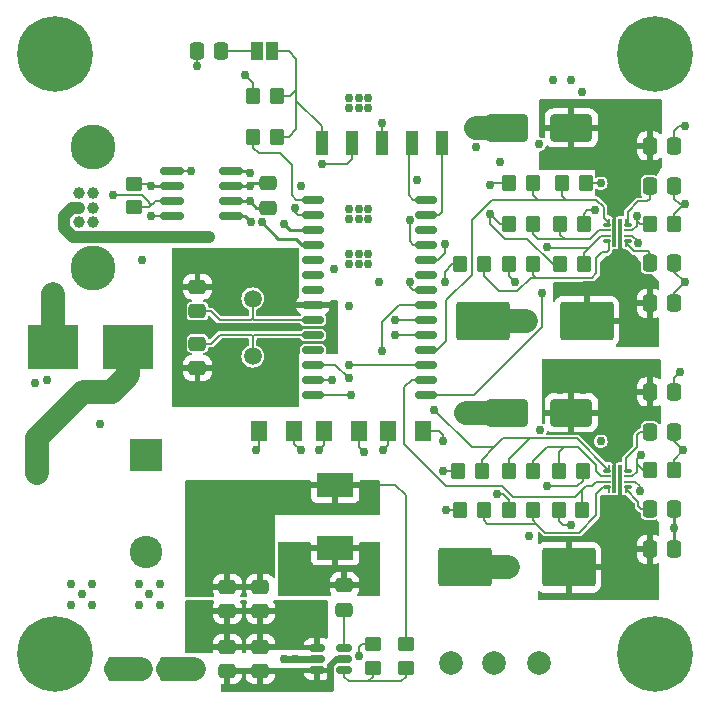
<source format=gtl>
%TF.GenerationSoftware,KiCad,Pcbnew,8.0.9*%
%TF.CreationDate,2025-05-21T00:59:13-04:00*%
%TF.ProjectId,rocket_power_board,726f636b-6574-45f7-906f-7765725f626f,rev?*%
%TF.SameCoordinates,Original*%
%TF.FileFunction,Copper,L1,Top*%
%TF.FilePolarity,Positive*%
%FSLAX46Y46*%
G04 Gerber Fmt 4.6, Leading zero omitted, Abs format (unit mm)*
G04 Created by KiCad (PCBNEW 8.0.9) date 2025-05-21 00:59:13*
%MOMM*%
%LPD*%
G01*
G04 APERTURE LIST*
G04 Aperture macros list*
%AMRoundRect*
0 Rectangle with rounded corners*
0 $1 Rounding radius*
0 $2 $3 $4 $5 $6 $7 $8 $9 X,Y pos of 4 corners*
0 Add a 4 corners polygon primitive as box body*
4,1,4,$2,$3,$4,$5,$6,$7,$8,$9,$2,$3,0*
0 Add four circle primitives for the rounded corners*
1,1,$1+$1,$2,$3*
1,1,$1+$1,$4,$5*
1,1,$1+$1,$6,$7*
1,1,$1+$1,$8,$9*
0 Add four rect primitives between the rounded corners*
20,1,$1+$1,$2,$3,$4,$5,0*
20,1,$1+$1,$4,$5,$6,$7,0*
20,1,$1+$1,$6,$7,$8,$9,0*
20,1,$1+$1,$8,$9,$2,$3,0*%
G04 Aperture macros list end*
%TA.AperFunction,Conductor*%
%ADD10C,0.200000*%
%TD*%
%TA.AperFunction,SMDPad,CuDef*%
%ADD11RoundRect,0.250000X0.450000X0.800000X-0.450000X0.800000X-0.450000X-0.800000X0.450000X-0.800000X0*%
%TD*%
%TA.AperFunction,ComponentPad*%
%ADD12C,2.000000*%
%TD*%
%TA.AperFunction,SMDPad,CuDef*%
%ADD13R,3.100000X2.000000*%
%TD*%
%TA.AperFunction,SMDPad,CuDef*%
%ADD14RoundRect,0.250000X-0.350000X-0.450000X0.350000X-0.450000X0.350000X0.450000X-0.350000X0.450000X0*%
%TD*%
%TA.AperFunction,SMDPad,CuDef*%
%ADD15RoundRect,0.250000X0.475000X-0.337500X0.475000X0.337500X-0.475000X0.337500X-0.475000X-0.337500X0*%
%TD*%
%TA.AperFunction,SMDPad,CuDef*%
%ADD16RoundRect,0.250000X-0.337500X-0.475000X0.337500X-0.475000X0.337500X0.475000X-0.337500X0.475000X0*%
%TD*%
%TA.AperFunction,SMDPad,CuDef*%
%ADD17RoundRect,0.250000X-2.000000X1.400000X-2.000000X-1.400000X2.000000X-1.400000X2.000000X1.400000X0*%
%TD*%
%TA.AperFunction,SMDPad,CuDef*%
%ADD18RoundRect,0.250000X-0.475000X0.337500X-0.475000X-0.337500X0.475000X-0.337500X0.475000X0.337500X0*%
%TD*%
%TA.AperFunction,SMDPad,CuDef*%
%ADD19RoundRect,0.250000X-1.500000X-0.900000X1.500000X-0.900000X1.500000X0.900000X-1.500000X0.900000X0*%
%TD*%
%TA.AperFunction,SMDPad,CuDef*%
%ADD20RoundRect,0.250000X0.350000X0.450000X-0.350000X0.450000X-0.350000X-0.450000X0.350000X-0.450000X0*%
%TD*%
%TA.AperFunction,SMDPad,CuDef*%
%ADD21RoundRect,0.150000X0.825000X0.150000X-0.825000X0.150000X-0.825000X-0.150000X0.825000X-0.150000X0*%
%TD*%
%TA.AperFunction,ComponentPad*%
%ADD22C,6.400000*%
%TD*%
%TA.AperFunction,SMDPad,CuDef*%
%ADD23RoundRect,0.150000X-0.750000X-0.150000X0.750000X-0.150000X0.750000X0.150000X-0.750000X0.150000X0*%
%TD*%
%TA.AperFunction,SMDPad,CuDef*%
%ADD24RoundRect,0.050000X-0.250000X-0.100000X0.250000X-0.100000X0.250000X0.100000X-0.250000X0.100000X0*%
%TD*%
%TA.AperFunction,SMDPad,CuDef*%
%ADD25RoundRect,0.050000X0.075000X0.275000X-0.075000X0.275000X-0.075000X-0.275000X0.075000X-0.275000X0*%
%TD*%
%TA.AperFunction,SMDPad,CuDef*%
%ADD26RoundRect,0.050000X-0.250000X-0.075000X0.250000X-0.075000X0.250000X0.075000X-0.250000X0.075000X0*%
%TD*%
%TA.AperFunction,SMDPad,CuDef*%
%ADD27RoundRect,0.075000X-0.075000X-1.125000X0.075000X-1.125000X0.075000X1.125000X-0.075000X1.125000X0*%
%TD*%
%TA.AperFunction,SMDPad,CuDef*%
%ADD28RoundRect,0.050000X0.250000X0.100000X-0.250000X0.100000X-0.250000X-0.100000X0.250000X-0.100000X0*%
%TD*%
%TA.AperFunction,SMDPad,CuDef*%
%ADD29RoundRect,0.050000X0.250000X0.075000X-0.250000X0.075000X-0.250000X-0.075000X0.250000X-0.075000X0*%
%TD*%
%TA.AperFunction,SMDPad,CuDef*%
%ADD30RoundRect,0.250000X0.450000X-0.350000X0.450000X0.350000X-0.450000X0.350000X-0.450000X-0.350000X0*%
%TD*%
%TA.AperFunction,ComponentPad*%
%ADD31C,3.800000*%
%TD*%
%TA.AperFunction,ComponentPad*%
%ADD32C,1.000000*%
%TD*%
%TA.AperFunction,SMDPad,CuDef*%
%ADD33R,1.000000X2.000000*%
%TD*%
%TA.AperFunction,SMDPad,CuDef*%
%ADD34RoundRect,0.250001X-0.462499X-0.624999X0.462499X-0.624999X0.462499X0.624999X-0.462499X0.624999X0*%
%TD*%
%TA.AperFunction,SMDPad,CuDef*%
%ADD35RoundRect,0.250000X0.337500X0.475000X-0.337500X0.475000X-0.337500X-0.475000X0.337500X-0.475000X0*%
%TD*%
%TA.AperFunction,ComponentPad*%
%ADD36R,2.743200X2.743200*%
%TD*%
%TA.AperFunction,ComponentPad*%
%ADD37C,2.743200*%
%TD*%
%TA.AperFunction,ComponentPad*%
%ADD38C,1.500000*%
%TD*%
%TA.AperFunction,SMDPad,CuDef*%
%ADD39RoundRect,0.150000X-0.512500X-0.150000X0.512500X-0.150000X0.512500X0.150000X-0.512500X0.150000X0*%
%TD*%
%TA.AperFunction,SMDPad,CuDef*%
%ADD40R,4.241800X3.810000*%
%TD*%
%TA.AperFunction,SMDPad,CuDef*%
%ADD41R,1.000000X1.500000*%
%TD*%
%TA.AperFunction,SMDPad,CuDef*%
%ADD42RoundRect,0.250000X-0.450000X0.350000X-0.450000X-0.350000X0.450000X-0.350000X0.450000X0.350000X0*%
%TD*%
%TA.AperFunction,ViaPad*%
%ADD43C,0.762000*%
%TD*%
%TA.AperFunction,Conductor*%
%ADD44C,0.203200*%
%TD*%
%TA.AperFunction,Conductor*%
%ADD45C,2.032000*%
%TD*%
%TA.AperFunction,Conductor*%
%ADD46C,0.279400*%
%TD*%
%TA.AperFunction,Conductor*%
%ADD47C,1.016000*%
%TD*%
%TA.AperFunction,Conductor*%
%ADD48C,0.599948*%
%TD*%
G04 APERTURE END LIST*
D10*
%TO.N,+BATT*%
X243713001Y-118618000D02*
G75*
G02*
X244118306Y-118231535I507999J-127000D01*
G01*
%TO.N,+5V*%
X243332000Y-97403537D02*
G75*
G02*
X243718143Y-97788714I-127000J-513463D01*
G01*
%TO.N,+12V*%
X244602000Y-121290463D02*
G75*
G02*
X244215857Y-120905286I127000J513463D01*
G01*
%TO.N,+BATT*%
X243332000Y-118231537D02*
G75*
G02*
X243718143Y-118616714I-127000J-513463D01*
G01*
%TO.N,+5V*%
X243713001Y-97790000D02*
G75*
G02*
X244118306Y-97403535I507999J-127000D01*
G01*
%TO.N,+5V_SW*%
X244220999Y-100076000D02*
G75*
G02*
X243815694Y-100462465I-507999J127000D01*
G01*
%TO.N,+12V*%
X244220999Y-120904000D02*
G75*
G02*
X243815694Y-121290465I-507999J127000D01*
G01*
%TO.N,+5V_SW*%
X244518002Y-100446248D02*
G75*
G02*
X244220968Y-100076008I253998J508048D01*
G01*
%TD*%
D11*
%TO.P,D4,1,K*%
%TO.N,/Charge Circuitry+12V-5V Buck/Buck_In*%
X205908000Y-135890000D03*
%TO.P,D4,2,A*%
%TO.N,+BATT*%
X201508000Y-135890000D03*
%TD*%
D12*
%TO.P,5V,1,1*%
%TO.N,+5V*%
X229870000Y-135382000D03*
%TD*%
D13*
%TO.P,L1,1,1*%
%TO.N,/Charge Circuitry+12V-5V Buck/SW_PIN*%
X220091000Y-125586000D03*
%TO.P,L1,2,2*%
%TO.N,+5V*%
X220091000Y-120286000D03*
%TD*%
D14*
%TO.P,R17,1*%
%TO.N,+5V*%
X239024500Y-122422500D03*
%TO.P,R17,2*%
%TO.N,/12V_Fuse_FLT*%
X241024500Y-122422500D03*
%TD*%
D15*
%TO.P,C6,1*%
%TO.N,/Charge Circuitry+12V-5V Buck/Buck_In*%
X213741000Y-136038500D03*
%TO.P,C6,2*%
%TO.N,GND*%
X213741000Y-133963500D03*
%TD*%
D16*
%TO.P,C20,1*%
%TO.N,Net-(U7-ITIMER)*%
X246739500Y-94996000D03*
%TO.P,C20,2*%
%TO.N,GND*%
X248814500Y-94996000D03*
%TD*%
D14*
%TO.P,R27,1*%
%TO.N,+5V*%
X234839000Y-98171000D03*
%TO.P,R27,2*%
%TO.N,Net-(U7-OVLO)*%
X236839000Y-98171000D03*
%TD*%
%TO.P,R2,1*%
%TO.N,+5V*%
X213122000Y-87376000D03*
%TO.P,R2,2*%
%TO.N,/~{MCLR}*%
X215122000Y-87376000D03*
%TD*%
D17*
%TO.P,D9,1,K*%
%TO.N,+5V_SW*%
X241382000Y-106426000D03*
%TO.P,D9,2,A*%
%TO.N,GND*%
X232582000Y-106426000D03*
%TD*%
D14*
%TO.P,R21,1*%
%TO.N,+12V*%
X234839000Y-122428000D03*
%TO.P,R21,2*%
%TO.N,Net-(U4-PGTH)*%
X236839000Y-122428000D03*
%TD*%
D18*
%TO.P,C11,1*%
%TO.N,+5V*%
X210952500Y-128883500D03*
%TO.P,C11,2*%
%TO.N,GND*%
X210952500Y-130958500D03*
%TD*%
D19*
%TO.P,D8,1,A1*%
%TO.N,GND*%
X234663000Y-90043000D03*
%TO.P,D8,2,A2*%
%TO.N,+5V*%
X240063000Y-90043000D03*
%TD*%
D15*
%TO.P,C7,1*%
%TO.N,/Charge Circuitry+12V-5V Buck/Buck_In*%
X210952500Y-136038500D03*
%TO.P,C7,2*%
%TO.N,GND*%
X210952500Y-133963500D03*
%TD*%
D16*
%TO.P,C21,1*%
%TO.N,Net-(U7-dVdt)*%
X246739500Y-101473000D03*
%TO.P,C21,2*%
%TO.N,GND*%
X248814500Y-101473000D03*
%TD*%
%TO.P,C19,1*%
%TO.N,+5V*%
X246739500Y-91567000D03*
%TO.P,C19,2*%
%TO.N,GND*%
X248814500Y-91567000D03*
%TD*%
D20*
%TO.P,R22,1*%
%TO.N,Net-(U4-PGTH)*%
X232648000Y-122428000D03*
%TO.P,R22,2*%
%TO.N,GND*%
X230648000Y-122428000D03*
%TD*%
D21*
%TO.P,U1,1,TXD*%
%TO.N,/CAN_TX*%
X211263000Y-97536000D03*
%TO.P,U1,2,VSS*%
%TO.N,GND*%
X211263000Y-96266000D03*
%TO.P,U1,3,VDD*%
%TO.N,+5V*%
X211263000Y-94996000D03*
%TO.P,U1,4,RXD*%
%TO.N,/CAN_RX*%
X211263000Y-93726000D03*
%TO.P,U1,5,VIO*%
%TO.N,+5V*%
X206313000Y-93726000D03*
%TO.P,U1,6,CANL*%
%TO.N,/CANL*%
X206313000Y-94996000D03*
%TO.P,U1,7,CANH*%
%TO.N,/CANH*%
X206313000Y-96266000D03*
%TO.P,U1,8,STBY*%
%TO.N,GND*%
X206313000Y-97536000D03*
%TD*%
D22*
%TO.P,H3,1,1*%
%TO.N,GND*%
X196342000Y-134620000D03*
%TD*%
D23*
%TO.P,U2,1,~{MCLR}*%
%TO.N,Net-(U2-~{MCLR})*%
X218212000Y-96139000D03*
%TO.P,U2,2,RA0*%
%TO.N,/5V_Voltage_Sense*%
X218212000Y-97409000D03*
%TO.P,U2,3,RA1*%
%TO.N,/CAN_RX*%
X218212000Y-98679000D03*
%TO.P,U2,4,RA2*%
%TO.N,/CAN_TX*%
X218212000Y-99949000D03*
%TO.P,U2,5,RA3*%
%TO.N,unconnected-(U2-RA3-Pad5)*%
X218212000Y-101219000D03*
%TO.P,U2,6,RA4*%
%TO.N,unconnected-(U2-RA4-Pad6)*%
X218212000Y-102489000D03*
%TO.P,U2,7,RA5*%
%TO.N,unconnected-(U2-RA5-Pad7)*%
X218212000Y-103759000D03*
%TO.P,U2,8,VSS*%
%TO.N,GND*%
X218212000Y-105029000D03*
%TO.P,U2,9,RA7/OSC1*%
%TO.N,/OSC1*%
X218212000Y-106299000D03*
%TO.P,U2,10,RA6/OSC2*%
%TO.N,/OSC2*%
X218212000Y-107569000D03*
%TO.P,U2,11,RC0*%
%TO.N,unconnected-(U2-RC0-Pad11)*%
X218212000Y-108839000D03*
%TO.P,U2,12,RC1*%
%TO.N,/Blue_LED*%
X218212000Y-110109000D03*
%TO.P,U2,13,RC2*%
%TO.N,/Red_LED*%
X218212000Y-111379000D03*
%TO.P,U2,14,RC3*%
%TO.N,/White_LED*%
X218212000Y-112649000D03*
%TO.P,U2,15,RC4*%
%TO.N,/5V_Fuse_FLT*%
X227812000Y-112649000D03*
%TO.P,U2,16,RC5*%
%TO.N,/12V_Fuse_FLT*%
X227812000Y-111379000D03*
%TO.P,U2,17,RC6*%
%TO.N,/BATT_Current_Sense*%
X227812000Y-110109000D03*
%TO.P,U2,18,RC7*%
%TO.N,/5V_Fuse_RST{slash}EN*%
X227812000Y-108839000D03*
%TO.P,U2,19,VSS*%
%TO.N,GND*%
X227812000Y-107569000D03*
%TO.P,U2,20,VDD*%
%TO.N,+5V*%
X227812000Y-106299000D03*
%TO.P,U2,21,RB0*%
%TO.N,/12V_RST{slash}EN*%
X227812000Y-105029000D03*
%TO.P,U2,22,RB1*%
%TO.N,/BATT_Voltage_Sense*%
X227812000Y-103759000D03*
%TO.P,U2,23,RB2*%
%TO.N,unconnected-(U2-RB2-Pad23)*%
X227812000Y-102489000D03*
%TO.P,U2,24,RB3*%
%TO.N,/5V_Current_Sense*%
X227812000Y-101219000D03*
%TO.P,U2,25,RB4*%
%TO.N,/12V_Current_Sense*%
X227812000Y-99949000D03*
%TO.P,U2,26,RB5*%
%TO.N,unconnected-(U2-RB5-Pad26)*%
X227812000Y-98679000D03*
%TO.P,U2,27,RB6/ICSPCLK*%
%TO.N,/ICSPCLK*%
X227812000Y-97409000D03*
%TO.P,U2,28,RB7/ICSPDAT*%
%TO.N,/ICSPDAT*%
X227812000Y-96139000D03*
%TD*%
D24*
%TO.P,U4,1,EN_UVLO*%
%TO.N,/12V_RST{slash}EN*%
X243067000Y-119061000D03*
D25*
X243242000Y-118886000D03*
D26*
%TO.P,U4,2,OVLO*%
%TO.N,Net-(U4-OVLO)*%
X243067000Y-119536000D03*
%TO.P,U4,3,PG*%
%TO.N,/12V_Fuse_FLT*%
X243067000Y-119986000D03*
D24*
%TO.P,U4,4,PGTH*%
%TO.N,Net-(U4-PGTH)*%
X243067000Y-120461000D03*
D25*
X243242000Y-120636000D03*
D27*
%TO.P,U4,5,IN*%
%TO.N,+BATT*%
X243717000Y-119761000D03*
%TO.P,U4,6,OUT*%
%TO.N,+12V*%
X244217000Y-119761000D03*
D25*
%TO.P,U4,7,dVdt*%
%TO.N,Net-(U4-dVdt)*%
X244692000Y-120636000D03*
D28*
X244867000Y-120461000D03*
D29*
%TO.P,U4,8,GND*%
%TO.N,GND*%
X244867000Y-119986000D03*
%TO.P,U4,9,ILM*%
%TO.N,/Charge Circuitry+12V-5V Buck/12V_I_Sense_Op_Amp_In*%
X244867000Y-119536000D03*
D25*
%TO.P,U4,10,ITIMER*%
%TO.N,Net-(U4-ITIMER)*%
X244692000Y-118886000D03*
D28*
X244867000Y-119061000D03*
%TD*%
D12*
%TO.P,12V,1,1*%
%TO.N,+12V*%
X237363000Y-135382000D03*
%TD*%
D14*
%TO.P,R33,1*%
%TO.N,+5V_SW*%
X234839000Y-101600000D03*
%TO.P,R33,2*%
%TO.N,Net-(U7-PGTH)*%
X236839000Y-101600000D03*
%TD*%
%TO.P,R12,1*%
%TO.N,+BATT*%
X230521000Y-119126000D03*
%TO.P,R12,2*%
%TO.N,/12V_RST{slash}EN*%
X232521000Y-119126000D03*
%TD*%
D30*
%TO.P,R16,1*%
%TO.N,Net-(U3-VFB)*%
X223271500Y-135747000D03*
%TO.P,R16,2*%
%TO.N,GND*%
X223271500Y-133747000D03*
%TD*%
D31*
%TO.P,J2,*%
%TO.N,*%
X199624000Y-91644000D03*
X199624000Y-101944000D03*
D32*
%TO.P,J2,1,Pin_1*%
%TO.N,/Charge_Line*%
X199624000Y-98044000D03*
%TO.P,J2,2,Pin_2*%
%TO.N,/CANL*%
X199624000Y-96794000D03*
%TO.P,J2,3,Pin_3*%
%TO.N,/CANH*%
X199624000Y-95544000D03*
%TO.P,J2,4,Pin_4*%
%TO.N,GND*%
X198374000Y-98044000D03*
%TO.P,J2,5,Pin_5*%
%TO.N,+5V_SW*%
X198374000Y-96794000D03*
%TO.P,J2,6,Pin_6*%
%TO.N,+12V*%
X198374000Y-95544000D03*
%TD*%
D33*
%TO.P,J1,1,Pin_1*%
%TO.N,/~{MCLR}*%
X218948000Y-91347500D03*
%TO.P,J1,2,Pin_2*%
%TO.N,+5V*%
X221488000Y-91347500D03*
%TO.P,J1,3,Pin_3*%
%TO.N,GND*%
X224028000Y-91347500D03*
%TO.P,J1,4,Pin_4*%
%TO.N,/ICSPDAT*%
X226568000Y-91347500D03*
%TO.P,J1,5,Pin_5*%
%TO.N,/ICSPCLK*%
X229108000Y-91347500D03*
%TD*%
D15*
%TO.P,C5,1*%
%TO.N,GND*%
X208433000Y-110384500D03*
%TO.P,C5,2*%
%TO.N,/OSC2*%
X208433000Y-108309500D03*
%TD*%
D14*
%TO.P,R29,1*%
%TO.N,/5V_Enable/5V_I_Sense_Op_Amp_In*%
X246777000Y-98171000D03*
%TO.P,R29,2*%
%TO.N,GND*%
X248777000Y-98171000D03*
%TD*%
D12*
%TO.P,5V_O,1,1*%
%TO.N,+5V_SW*%
X233553000Y-135382000D03*
%TD*%
D22*
%TO.P,H2,1,1*%
%TO.N,GND*%
X247142000Y-83820000D03*
%TD*%
D14*
%TO.P,R5,1*%
%TO.N,Net-(U2-~{MCLR})*%
X213122000Y-90805000D03*
%TO.P,R5,2*%
%TO.N,/~{MCLR}*%
X215122000Y-90805000D03*
%TD*%
D19*
%TO.P,D6,1,A1*%
%TO.N,GND*%
X234673500Y-114167500D03*
%TO.P,D6,2,A2*%
%TO.N,+BATT*%
X240073500Y-114167500D03*
%TD*%
D14*
%TO.P,R30,1*%
%TO.N,+5V*%
X239157000Y-101600000D03*
%TO.P,R30,2*%
%TO.N,/5V_Fuse_FLT*%
X241157000Y-101600000D03*
%TD*%
D34*
%TO.P,D3,1,K*%
%TO.N,Net-(D3-K)*%
X224572500Y-115697000D03*
%TO.P,D3,2,A*%
%TO.N,+5V*%
X227547500Y-115697000D03*
%TD*%
D35*
%TO.P,C2,1*%
%TO.N,Net-(JP1-A)*%
X210460500Y-83566000D03*
%TO.P,C2,2*%
%TO.N,GND*%
X208385500Y-83566000D03*
%TD*%
D14*
%TO.P,R13,1*%
%TO.N,/12V_RST{slash}EN*%
X234839000Y-119126000D03*
%TO.P,R13,2*%
%TO.N,Net-(U4-OVLO)*%
X236839000Y-119126000D03*
%TD*%
D16*
%TO.P,C9,1*%
%TO.N,+BATT*%
X246739500Y-112395000D03*
%TO.P,C9,2*%
%TO.N,GND*%
X248814500Y-112395000D03*
%TD*%
D30*
%TO.P,R1,1*%
%TO.N,/CANH*%
X203073000Y-96758000D03*
%TO.P,R1,2*%
%TO.N,/CANL*%
X203073000Y-94758000D03*
%TD*%
D17*
%TO.P,D7,1,K*%
%TO.N,+12V*%
X239858000Y-127254000D03*
%TO.P,D7,2,A*%
%TO.N,GND*%
X231058000Y-127254000D03*
%TD*%
D18*
%TO.P,C4,1*%
%TO.N,GND*%
X208433000Y-103483500D03*
%TO.P,C4,2*%
%TO.N,/OSC1*%
X208433000Y-105558500D03*
%TD*%
D16*
%TO.P,C12,1*%
%TO.N,Net-(U4-dVdt)*%
X246739500Y-122301000D03*
%TO.P,C12,2*%
%TO.N,GND*%
X248814500Y-122301000D03*
%TD*%
D14*
%TO.P,R26,1*%
%TO.N,/5V_Fuse_RST{slash}EN*%
X239284000Y-94742000D03*
%TO.P,R26,2*%
%TO.N,GND*%
X241284000Y-94742000D03*
%TD*%
D20*
%TO.P,R34,1*%
%TO.N,Net-(U7-PGTH)*%
X232648000Y-101600000D03*
%TO.P,R34,2*%
%TO.N,GND*%
X230648000Y-101600000D03*
%TD*%
D34*
%TO.P,D2,1,K*%
%TO.N,Net-(D2-K)*%
X219111500Y-115697000D03*
%TO.P,D2,2,A*%
%TO.N,+5V*%
X222086500Y-115697000D03*
%TD*%
D36*
%TO.P,J3,1,Pin_1*%
%TO.N,/Charge Circuitry+12V-5V Buck/BATT_ISense_+*%
X204078500Y-117729000D03*
D37*
%TO.P,J3,2,Pin_2*%
%TO.N,GND*%
X204078500Y-125984000D03*
%TD*%
D18*
%TO.P,C13,1*%
%TO.N,+5V*%
X213746500Y-128883500D03*
%TO.P,C13,2*%
%TO.N,GND*%
X213746500Y-130958500D03*
%TD*%
%TO.P,C8,1*%
%TO.N,/Charge Circuitry+12V-5V Buck/SW_PIN*%
X220858500Y-128756500D03*
%TO.P,C8,2*%
%TO.N,Net-(U3-VBST)*%
X220858500Y-130831500D03*
%TD*%
D16*
%TO.P,C10,1*%
%TO.N,Net-(U4-ITIMER)*%
X246739500Y-115824000D03*
%TO.P,C10,2*%
%TO.N,GND*%
X248814500Y-115824000D03*
%TD*%
D38*
%TO.P,Y1,1,1*%
%TO.N,/OSC2*%
X213106000Y-109384000D03*
%TO.P,Y1,2,2*%
%TO.N,/OSC1*%
X213106000Y-104504000D03*
%TD*%
D34*
%TO.P,D1,1,K*%
%TO.N,Net-(D1-K)*%
X213650500Y-115697000D03*
%TO.P,D1,2,A*%
%TO.N,+5V*%
X216625500Y-115697000D03*
%TD*%
D18*
%TO.P,C1,1*%
%TO.N,+5V*%
X214376000Y-94720500D03*
%TO.P,C1,2*%
%TO.N,GND*%
X214376000Y-96795500D03*
%TD*%
D14*
%TO.P,R28,1*%
%TO.N,Net-(U7-OVLO)*%
X239157000Y-98171000D03*
%TO.P,R28,2*%
%TO.N,GND*%
X241157000Y-98171000D03*
%TD*%
D22*
%TO.P,H1,1,1*%
%TO.N,GND*%
X196342000Y-83820000D03*
%TD*%
D39*
%TO.P,U3,1,GND*%
%TO.N,GND*%
X218578000Y-134051000D03*
%TO.P,U3,2,SW*%
%TO.N,/Charge Circuitry+12V-5V Buck/SW_PIN*%
X218578000Y-135001000D03*
%TO.P,U3,3,VIN*%
%TO.N,/Charge Circuitry+12V-5V Buck/Buck_In*%
X218578000Y-135951000D03*
%TO.P,U3,4,VFB*%
%TO.N,Net-(U3-VFB)*%
X220853000Y-135951000D03*
%TO.P,U3,5,EN*%
%TO.N,/Charge Circuitry+12V-5V Buck/Buck_In*%
X220853000Y-135001000D03*
%TO.P,U3,6,VBST*%
%TO.N,Net-(U3-VBST)*%
X220853000Y-134051000D03*
%TD*%
D40*
%TO.P,F1,1*%
%TO.N,/Charge Circuitry+12V-5V Buck/BATT_ISense_-*%
X202577700Y-108585000D03*
%TO.P,F1,2*%
%TO.N,+BATT*%
X196202300Y-108585000D03*
%TD*%
D41*
%TO.P,JP1,1,A*%
%TO.N,Net-(JP1-A)*%
X213472000Y-83566000D03*
%TO.P,JP1,2,B*%
%TO.N,/~{MCLR}*%
X214772000Y-83566000D03*
%TD*%
D14*
%TO.P,R18,1*%
%TO.N,/Charge Circuitry+12V-5V Buck/12V_I_Sense_Op_Amp_In*%
X246777000Y-118999000D03*
%TO.P,R18,2*%
%TO.N,GND*%
X248777000Y-118999000D03*
%TD*%
%TO.P,R14,1*%
%TO.N,Net-(U4-OVLO)*%
X239030000Y-119126000D03*
%TO.P,R14,2*%
%TO.N,GND*%
X241030000Y-119126000D03*
%TD*%
D16*
%TO.P,C18,1*%
%TO.N,+12V*%
X246739500Y-125730000D03*
%TO.P,C18,2*%
%TO.N,GND*%
X248814500Y-125730000D03*
%TD*%
D24*
%TO.P,U7,1,EN_UVLO*%
%TO.N,/5V_Fuse_RST{slash}EN*%
X243067000Y-98233000D03*
D25*
X243242000Y-98058000D03*
D26*
%TO.P,U7,2,OVLO*%
%TO.N,Net-(U7-OVLO)*%
X243067000Y-98708000D03*
%TO.P,U7,3,PG*%
%TO.N,/5V_Fuse_FLT*%
X243067000Y-99158000D03*
D24*
%TO.P,U7,4,PGTH*%
%TO.N,Net-(U7-PGTH)*%
X243067000Y-99633000D03*
D25*
X243242000Y-99808000D03*
D27*
%TO.P,U7,5,IN*%
%TO.N,+5V*%
X243717000Y-98933000D03*
%TO.P,U7,6,OUT*%
%TO.N,+5V_SW*%
X244217000Y-98933000D03*
D25*
%TO.P,U7,7,dVdt*%
%TO.N,Net-(U7-dVdt)*%
X244692000Y-99808000D03*
D28*
X244867000Y-99633000D03*
D29*
%TO.P,U7,8,GND*%
%TO.N,GND*%
X244867000Y-99158000D03*
%TO.P,U7,9,ILM*%
%TO.N,/5V_Enable/5V_I_Sense_Op_Amp_In*%
X244867000Y-98708000D03*
D25*
%TO.P,U7,10,ITIMER*%
%TO.N,Net-(U7-ITIMER)*%
X244692000Y-98058000D03*
D28*
X244867000Y-98233000D03*
%TD*%
D22*
%TO.P,H4,1,1*%
%TO.N,GND*%
X247142000Y-134620000D03*
%TD*%
D14*
%TO.P,R25,1*%
%TO.N,+BATT*%
X234839000Y-94742000D03*
%TO.P,R25,2*%
%TO.N,/5V_Fuse_RST{slash}EN*%
X236839000Y-94742000D03*
%TD*%
D16*
%TO.P,C23,1*%
%TO.N,+5V_SW*%
X246739500Y-104902000D03*
%TO.P,C23,2*%
%TO.N,GND*%
X248814500Y-104902000D03*
%TD*%
D42*
%TO.P,R15,1*%
%TO.N,+5V*%
X226065500Y-133747000D03*
%TO.P,R15,2*%
%TO.N,Net-(U3-VFB)*%
X226065500Y-135747000D03*
%TD*%
D43*
%TO.N,+12V*%
X243332000Y-129540000D03*
X245237000Y-129540000D03*
X247142000Y-123825000D03*
X245237000Y-123825000D03*
X243332000Y-127635000D03*
X243332000Y-125730000D03*
X245237000Y-125730000D03*
X245237000Y-127635000D03*
X247142000Y-129540000D03*
X233807000Y-121031000D03*
X243332000Y-121920000D03*
X243332000Y-123825000D03*
%TO.N,GND*%
X213868000Y-113157000D03*
X216535000Y-112268000D03*
X195702500Y-111379000D03*
X219837000Y-105156000D03*
X236474000Y-124587000D03*
X200147500Y-115112800D03*
X249682000Y-103124000D03*
X209423000Y-113157000D03*
X235585000Y-105918000D03*
X242570000Y-94742000D03*
X237363000Y-91440000D03*
X214757000Y-100711000D03*
X217551000Y-132080000D03*
X212979000Y-113157000D03*
X212852000Y-96266000D03*
X206756000Y-105156000D03*
X223774000Y-103073200D03*
X209423000Y-100711000D03*
X206756000Y-104267000D03*
X231775000Y-113665000D03*
X236474000Y-105918000D03*
X216535000Y-104267000D03*
X249682000Y-96520000D03*
X234061000Y-92964000D03*
X242570000Y-116586000D03*
X216154000Y-133350000D03*
X206756000Y-101600000D03*
X231648000Y-89535000D03*
X215646000Y-100711000D03*
X206756000Y-110490000D03*
X215646000Y-113157000D03*
X207645000Y-100711000D03*
X211201000Y-100711000D03*
X231648000Y-90551000D03*
X213868000Y-100711000D03*
X206756000Y-112268000D03*
X216535000Y-113157000D03*
X212979000Y-100711000D03*
X219837000Y-106934000D03*
X208153000Y-133350000D03*
X229489000Y-122428000D03*
X245872000Y-120777000D03*
X210312000Y-113157000D03*
X211201000Y-113157000D03*
X206756000Y-103378000D03*
X210312000Y-100711000D03*
X232537000Y-89535000D03*
X206756000Y-111379000D03*
X219964000Y-101981000D03*
X232537000Y-90551000D03*
X212090000Y-100711000D03*
X216535000Y-102489000D03*
X207645000Y-113157000D03*
X216535000Y-105156000D03*
X216535000Y-103378000D03*
X249682000Y-89916000D03*
X234188000Y-127762000D03*
X212090000Y-113157000D03*
X234188000Y-126746000D03*
X206756000Y-106934000D03*
X206756000Y-100711000D03*
X208534000Y-113157000D03*
X248814500Y-123952000D03*
X204470000Y-97536000D03*
X214757000Y-113157000D03*
X216535000Y-109601000D03*
X219837000Y-106045000D03*
X236474000Y-106934000D03*
X208407000Y-84836000D03*
X216535000Y-110490000D03*
X245745117Y-99822017D03*
X217551000Y-130810000D03*
X216159500Y-130810000D03*
X235077000Y-127762000D03*
X216535000Y-100711000D03*
X237998000Y-120396000D03*
X230886000Y-114554000D03*
X216535000Y-111379000D03*
X222092487Y-134744710D03*
X242062000Y-97028000D03*
X216159500Y-132080000D03*
X221284800Y-105156000D03*
X208153000Y-132080000D03*
X206756000Y-113157000D03*
X235077000Y-126746000D03*
X208158500Y-130810000D03*
X208534000Y-100711000D03*
X230886000Y-113665000D03*
X229362000Y-103124000D03*
X206756000Y-108712000D03*
X249571000Y-117342500D03*
X216535000Y-108712000D03*
X235585000Y-106934000D03*
X249301000Y-110744000D03*
X206756000Y-102489000D03*
X206756000Y-107823000D03*
X231775000Y-114554000D03*
X219837000Y-107823000D03*
X206756000Y-106045000D03*
X216535000Y-101600000D03*
X225171000Y-107569000D03*
X206756000Y-109601000D03*
X224028000Y-89662000D03*
X219837000Y-108712000D03*
%TO.N,+5V*%
X222910400Y-87528400D03*
X221234000Y-87528400D03*
X233161859Y-97295853D03*
X221234000Y-100736400D03*
X222097600Y-100736400D03*
X198628000Y-129540000D03*
X213741000Y-123571000D03*
X222910400Y-97739200D03*
X208153000Y-121793000D03*
X222504000Y-117475000D03*
X222910400Y-100736400D03*
X222097600Y-97739200D03*
X242951000Y-91186000D03*
X218946787Y-93066813D03*
X207899000Y-93726000D03*
X213741000Y-121793000D03*
X197739000Y-130429000D03*
X205232000Y-128651000D03*
X199517000Y-130429000D03*
X208153000Y-127127000D03*
X221234000Y-88341200D03*
X205232000Y-130429000D03*
X203454000Y-130429000D03*
X221234000Y-97739200D03*
X221234000Y-96926400D03*
X232029000Y-91643200D03*
X208153000Y-125349000D03*
X211836000Y-123571000D03*
X222097600Y-88341200D03*
X217170000Y-94996000D03*
X244856000Y-93091000D03*
X194669500Y-111633000D03*
X221234000Y-101549200D03*
X208153000Y-128905000D03*
X244856000Y-89281000D03*
X199517000Y-128651000D03*
X222910400Y-88341200D03*
X229235000Y-116586000D03*
X222097600Y-96926400D03*
X244856000Y-91186000D03*
X217170000Y-117348000D03*
X208153000Y-123571000D03*
X242951000Y-93091000D03*
X213741000Y-125349000D03*
X204343000Y-129540000D03*
X237413800Y-115646200D03*
X242951000Y-89281000D03*
X212471000Y-85598000D03*
X212852000Y-94996000D03*
X197739000Y-128651000D03*
X211836000Y-121793000D03*
X209931000Y-125349000D03*
X215773000Y-121793000D03*
X222097600Y-87528400D03*
X209931000Y-121793000D03*
X203454000Y-128651000D03*
X222910400Y-101549200D03*
X244856000Y-94996000D03*
X240030000Y-123647200D03*
X211836000Y-125349000D03*
X222097600Y-101549200D03*
X222910400Y-96926400D03*
X225171000Y-106299000D03*
X209931000Y-123571000D03*
%TO.N,/5V_Current_Sense*%
X229402920Y-99908080D03*
%TO.N,/12V_Current_Sense*%
X226392875Y-97867903D03*
%TO.N,Net-(D3-K)*%
X224155000Y-117348000D03*
%TO.N,/CANL*%
X204470000Y-94996000D03*
%TO.N,+5V_SW*%
X244856000Y-107569000D03*
X238506000Y-85979000D03*
X235305600Y-103073200D03*
X240030000Y-85979000D03*
X207645000Y-99314000D03*
X244856000Y-105664000D03*
X208534000Y-99314000D03*
X242951000Y-101854000D03*
X244856000Y-101854000D03*
X209423000Y-99314000D03*
X240969800Y-86995000D03*
X242951000Y-103759000D03*
X244856000Y-103759000D03*
X241046000Y-103759000D03*
X246761000Y-107569000D03*
%TO.N,/CANH*%
X201295000Y-95758000D03*
%TO.N,/BATT_Voltage_Sense*%
X226441000Y-103124000D03*
%TO.N,/5V_Voltage_Sense*%
X216654503Y-96811483D03*
%TO.N,/Red_LED*%
X219837000Y-111379000D03*
%TO.N,/Blue_LED*%
X221234000Y-111252000D03*
%TO.N,/White_LED*%
X221411800Y-112649000D03*
%TO.N,/CAN_TX*%
X213868000Y-98044000D03*
X212979000Y-98044000D03*
%TO.N,/CAN_RX*%
X212852000Y-93853000D03*
X215773000Y-98171000D03*
%TO.N,+BATT*%
X203835000Y-135382000D03*
X241056500Y-110357500D03*
X202819000Y-136398000D03*
X202819000Y-135382000D03*
X196723000Y-104648000D03*
X203835000Y-136398000D03*
X244866500Y-112262500D03*
X196723000Y-103759000D03*
X195707000Y-104648000D03*
X239151500Y-110357500D03*
X244866500Y-110357500D03*
X244866500Y-114167500D03*
X226999800Y-94488000D03*
X195707000Y-103759000D03*
X242961500Y-114167500D03*
X239151500Y-112262500D03*
X242961500Y-112262500D03*
X242961500Y-110357500D03*
X229235000Y-119126000D03*
X233172000Y-94869000D03*
X203708000Y-101219000D03*
X244866500Y-116072500D03*
X241056500Y-112262500D03*
%TO.N,/BATT_Current_Sense*%
X221234000Y-110109000D03*
%TO.N,/Charge Circuitry+12V-5V Buck/SW_PIN*%
X216662000Y-129159000D03*
X216662000Y-135001000D03*
X215773000Y-135001000D03*
X215773000Y-129159000D03*
%TO.N,/5V_Fuse_FLT*%
X238002667Y-100126800D03*
X237617000Y-104013000D03*
%TO.N,/Charge Circuitry+12V-5V Buck/BATT_ISense_-*%
X194310000Y-118491000D03*
X195326000Y-118491000D03*
X195326000Y-119507000D03*
X194310000Y-119507000D03*
%TO.N,Net-(D1-K)*%
X213360000Y-117348000D03*
%TO.N,/Charge Circuitry+12V-5V Buck/Buck_In*%
X207391000Y-135382000D03*
X215773000Y-136271000D03*
X207391000Y-136398000D03*
X215773000Y-137160000D03*
X208407000Y-135382000D03*
X208407000Y-136398000D03*
X216662000Y-136271000D03*
X216662000Y-137160000D03*
%TO.N,/5V_Enable/5V_I_Sense_Op_Amp_In*%
X245618000Y-97536000D03*
%TO.N,/12V_RST{slash}EN*%
X224028000Y-108966000D03*
X228473000Y-113919000D03*
%TO.N,/Charge Circuitry+12V-5V Buck/12V_I_Sense_Op_Amp_In*%
X245999000Y-117729000D03*
%TO.N,Net-(D2-K)*%
X218694000Y-117348000D03*
%TD*%
D44*
%TO.N,+12V*%
X234315000Y-121031000D02*
X233807000Y-121031000D01*
X244221000Y-120904000D02*
X244221000Y-121285000D01*
X234839000Y-121555000D02*
X234315000Y-121031000D01*
X234839000Y-122428000D02*
X234839000Y-121555000D01*
%TO.N,GND*%
X241030000Y-119904000D02*
X240538000Y-120396000D01*
X223271500Y-133747000D02*
X222366500Y-133747000D01*
X241157000Y-97298000D02*
X241157000Y-98171000D01*
D45*
X231058000Y-127254000D02*
X234696000Y-127254000D01*
D44*
X249174000Y-89916000D02*
X249682000Y-89916000D01*
X208407000Y-84836000D02*
X208385500Y-84814500D01*
X229997000Y-101600000D02*
X229362000Y-102235000D01*
X249618500Y-96520000D02*
X249682000Y-96520000D01*
X245872000Y-120396000D02*
X245462000Y-119986000D01*
X244867000Y-99158000D02*
X245245148Y-99158000D01*
X248777000Y-97361500D02*
X249618500Y-96520000D01*
X249571000Y-117342500D02*
X248814500Y-116586000D01*
D45*
X231267000Y-114167500D02*
X231145500Y-114167500D01*
D44*
X241427000Y-97028000D02*
X241157000Y-97298000D01*
X248814500Y-111230500D02*
X248814500Y-112395000D01*
X245872000Y-120777000D02*
X245872000Y-120396000D01*
X227812000Y-107569000D02*
X225171000Y-107569000D01*
X222366500Y-133747000D02*
X222092487Y-134021013D01*
X222092487Y-134021013D02*
X222092487Y-134744710D01*
X229362000Y-102235000D02*
X229362000Y-103124000D01*
D45*
X234673500Y-114167500D02*
X231267000Y-114167500D01*
D44*
X248814500Y-96033500D02*
X249301000Y-96520000D01*
X248814500Y-102256500D02*
X249682000Y-103124000D01*
X245745117Y-99657969D02*
X245745117Y-99822017D01*
X245462000Y-119986000D02*
X244867000Y-119986000D01*
X248814500Y-103991500D02*
X249682000Y-103124000D01*
D46*
X213381500Y-96795500D02*
X214376000Y-96795500D01*
D44*
X206313000Y-97536000D02*
X204470000Y-97536000D01*
X249301000Y-110744000D02*
X248814500Y-111230500D01*
X208385500Y-84814500D02*
X208385500Y-83566000D01*
X242062000Y-97028000D02*
X241427000Y-97028000D01*
X249301000Y-96520000D02*
X249682000Y-96520000D01*
D46*
X248814500Y-123952000D02*
X248814500Y-125730000D01*
D44*
X240538000Y-120396000D02*
X237998000Y-120396000D01*
X248814500Y-101473000D02*
X248814500Y-102256500D01*
X248814500Y-94996000D02*
X248814500Y-96033500D01*
X249571000Y-117342500D02*
X248777000Y-118136500D01*
D46*
X212852000Y-96266000D02*
X211263000Y-96266000D01*
D44*
X248814500Y-104902000D02*
X248814500Y-103991500D01*
X230648000Y-101600000D02*
X229997000Y-101600000D01*
X248777000Y-98171000D02*
X248777000Y-97361500D01*
X248814500Y-116586000D02*
X248814500Y-115824000D01*
X248814500Y-91567000D02*
X248814500Y-90275500D01*
X224028000Y-91347500D02*
X224028000Y-89662000D01*
D46*
X248814500Y-123952000D02*
X248814500Y-122301000D01*
D44*
X248814500Y-90275500D02*
X249174000Y-89916000D01*
X248777000Y-118136500D02*
X248777000Y-118999000D01*
X241284000Y-94742000D02*
X242570000Y-94742000D01*
X241030000Y-119126000D02*
X241030000Y-119904000D01*
X230648000Y-122428000D02*
X229489000Y-122428000D01*
D45*
X234663000Y-90043000D02*
X232029000Y-90043000D01*
D44*
X245245148Y-99158000D02*
X245745117Y-99657969D01*
D45*
X232582000Y-106426000D02*
X236220000Y-106426000D01*
D46*
X212852000Y-96266000D02*
X213381500Y-96795500D01*
D44*
%TO.N,+5V*%
X234442000Y-99441000D02*
X233161859Y-98160859D01*
X240030000Y-123647200D02*
X239344200Y-123647200D01*
D46*
X213127500Y-94720500D02*
X212852000Y-94996000D01*
D44*
X234839000Y-98171000D02*
X234037006Y-98171000D01*
X243230400Y-97301937D02*
X243230400Y-97155000D01*
X226065500Y-121158000D02*
X225193500Y-120286000D01*
X216625500Y-115697000D02*
X216625500Y-116803500D01*
X236347000Y-99441000D02*
X234442000Y-99441000D01*
X222086500Y-115697000D02*
X222086500Y-117057500D01*
X228854000Y-115697000D02*
X227547500Y-115697000D01*
X226065500Y-133747000D02*
X226065500Y-121158000D01*
X238506000Y-101600000D02*
X236347000Y-99441000D01*
X239344200Y-123647200D02*
X239024500Y-123327500D01*
X233161859Y-98160859D02*
X233161859Y-97295853D01*
X221488000Y-92710000D02*
X221488000Y-91347500D01*
X234037006Y-98171000D02*
X233161859Y-97295853D01*
X213122000Y-86249000D02*
X212471000Y-85598000D01*
X222086500Y-117057500D02*
X222504000Y-117475000D01*
X221131187Y-93066813D02*
X221488000Y-92710000D01*
X225193500Y-120286000D02*
X220091000Y-120286000D01*
X206313000Y-93726000D02*
X207899000Y-93726000D01*
X229235000Y-116586000D02*
X229235000Y-116078000D01*
D46*
X212852000Y-94996000D02*
X211263000Y-94996000D01*
D44*
X239024500Y-123327500D02*
X239024500Y-122422500D01*
X227812000Y-106299000D02*
X225171000Y-106299000D01*
X216625500Y-116803500D02*
X217170000Y-117348000D01*
X213122000Y-87376000D02*
X213122000Y-86249000D01*
X243332000Y-97403537D02*
X243230400Y-97301937D01*
X243713000Y-97790000D02*
X243713000Y-97409000D01*
X229235000Y-116078000D02*
X228854000Y-115697000D01*
X218946787Y-93066813D02*
X221131187Y-93066813D01*
D46*
X214376000Y-94720500D02*
X213127500Y-94720500D01*
D44*
X239157000Y-101600000D02*
X238506000Y-101600000D01*
%TO.N,Net-(JP1-A)*%
X210460500Y-83566000D02*
X213472000Y-83566000D01*
%TO.N,/OSC1*%
X213106000Y-106172000D02*
X212979000Y-106299000D01*
X210312000Y-106299000D02*
X209571500Y-105558500D01*
X213233000Y-106299000D02*
X213106000Y-106172000D01*
X212979000Y-106299000D02*
X210312000Y-106299000D01*
X218238000Y-106299000D02*
X213233000Y-106299000D01*
X209571500Y-105558500D02*
X208407000Y-105558500D01*
X213106000Y-104504000D02*
X213106000Y-106172000D01*
%TO.N,/OSC2*%
X209571500Y-108309500D02*
X208407000Y-108309500D01*
X212979000Y-107569000D02*
X210312000Y-107569000D01*
X218238000Y-107569000D02*
X213233000Y-107569000D01*
X210312000Y-107569000D02*
X209571500Y-108309500D01*
X213106000Y-107696000D02*
X212979000Y-107569000D01*
X213233000Y-107569000D02*
X213106000Y-107696000D01*
X213106000Y-109384000D02*
X213106000Y-107696000D01*
%TO.N,/5V_Current_Sense*%
X229402920Y-99908080D02*
X229402920Y-100606580D01*
X229402920Y-100606580D02*
X228790500Y-101219000D01*
X228790500Y-101219000D02*
X227812000Y-101219000D01*
%TO.N,/12V_Current_Sense*%
X226392875Y-97867903D02*
X226392875Y-99646875D01*
X226392875Y-99646875D02*
X226695000Y-99949000D01*
X226695000Y-99949000D02*
X227812000Y-99949000D01*
%TO.N,Net-(D3-K)*%
X224572500Y-116930500D02*
X224572500Y-115697000D01*
X224155000Y-117348000D02*
X224572500Y-116930500D01*
D46*
%TO.N,/CANL*%
X204470000Y-94996000D02*
X206313000Y-94996000D01*
D44*
X204232000Y-94758000D02*
X204470000Y-94996000D01*
X203073000Y-94758000D02*
X204232000Y-94758000D01*
%TO.N,+5V_SW*%
X244221000Y-100076000D02*
X244221000Y-100457000D01*
D47*
X197846000Y-96794000D02*
X198374000Y-96794000D01*
X197915425Y-99298321D02*
X197162800Y-98545696D01*
D44*
X235305600Y-103073200D02*
X234839000Y-102606600D01*
D47*
X197162800Y-98545696D02*
X197162800Y-97477200D01*
X197162800Y-97477200D02*
X197846000Y-96794000D01*
X209407321Y-99298321D02*
X197915425Y-99298321D01*
D44*
X234839000Y-102606600D02*
X234839000Y-101600000D01*
D47*
X209423000Y-99314000D02*
X209407321Y-99298321D01*
D44*
%TO.N,/CANH*%
X204851000Y-96266000D02*
X206313000Y-96266000D01*
X204724000Y-96393000D02*
X204660500Y-96456500D01*
X203454000Y-95758000D02*
X201295000Y-95758000D01*
X204724000Y-96393000D02*
X204851000Y-96266000D01*
X204406500Y-96456500D02*
X204216000Y-96266000D01*
X204359000Y-96758000D02*
X204724000Y-96393000D01*
X204660500Y-96456500D02*
X204406500Y-96456500D01*
X203073000Y-96758000D02*
X204359000Y-96758000D01*
X203708000Y-95758000D02*
X203454000Y-95758000D01*
X204216000Y-96266000D02*
X203708000Y-95758000D01*
%TO.N,/ICSPCLK*%
X228854000Y-97409000D02*
X227812000Y-97409000D01*
X229108000Y-91347500D02*
X229108000Y-97155000D01*
X229108000Y-97155000D02*
X228854000Y-97409000D01*
%TO.N,/~{MCLR}*%
X216789000Y-84201000D02*
X216789000Y-86868000D01*
X216789000Y-87757000D02*
X216789000Y-90170000D01*
X216154000Y-83566000D02*
X216789000Y-84201000D01*
X216154000Y-90805000D02*
X215122000Y-90805000D01*
X214772000Y-83566000D02*
X216154000Y-83566000D01*
X215122000Y-87376000D02*
X216281000Y-87376000D01*
X216281000Y-87376000D02*
X216789000Y-86868000D01*
X216789000Y-90170000D02*
X216154000Y-90805000D01*
X216789000Y-86868000D02*
X216789000Y-87757000D01*
X218948000Y-91347500D02*
X218948000Y-89916000D01*
X218948000Y-89916000D02*
X216789000Y-87757000D01*
%TO.N,/ICSPDAT*%
X226695000Y-96139000D02*
X227812000Y-96139000D01*
X226314000Y-91601500D02*
X226314000Y-95758000D01*
X226568000Y-91347500D02*
X226314000Y-91601500D01*
X226314000Y-95758000D02*
X226695000Y-96139000D01*
%TO.N,/BATT_Voltage_Sense*%
X226441000Y-103124000D02*
X226441000Y-103505000D01*
X226441000Y-103505000D02*
X226695000Y-103759000D01*
X226695000Y-103759000D02*
X227812000Y-103759000D01*
%TO.N,/5V_Voltage_Sense*%
X216654503Y-97147503D02*
X216916000Y-97409000D01*
X216654503Y-96811483D02*
X216654503Y-97147503D01*
X216916000Y-97409000D02*
X218212000Y-97409000D01*
%TO.N,/Red_LED*%
X219837000Y-111379000D02*
X218212000Y-111379000D01*
%TO.N,/Blue_LED*%
X220091000Y-110109000D02*
X218212000Y-110109000D01*
X221234000Y-111252000D02*
X220091000Y-110109000D01*
%TO.N,/White_LED*%
X221411800Y-112649000D02*
X218212000Y-112649000D01*
D46*
%TO.N,/CAN_TX*%
X215265000Y-99441000D02*
X216789000Y-99441000D01*
X218212000Y-99949000D02*
X217543250Y-99949000D01*
X212471000Y-97536000D02*
X211263000Y-97536000D01*
X216789000Y-99441000D02*
X217297000Y-99949000D01*
X212979000Y-98044000D02*
X212471000Y-97536000D01*
X217297000Y-99949000D02*
X218212000Y-99949000D01*
X213868000Y-98044000D02*
X215265000Y-99441000D01*
%TO.N,/CAN_RX*%
X212852000Y-93853000D02*
X212725000Y-93726000D01*
X216281000Y-98679000D02*
X218212000Y-98679000D01*
X215773000Y-98171000D02*
X216281000Y-98679000D01*
X212725000Y-93726000D02*
X211263000Y-93726000D01*
D44*
%TO.N,/12V_Fuse_FLT*%
X241808000Y-120390500D02*
X242212500Y-119986000D01*
X235143736Y-121285000D02*
X234203936Y-120345200D01*
X241305500Y-120390500D02*
X240411000Y-121285000D01*
X240411000Y-121285000D02*
X235143736Y-121285000D01*
X241024500Y-122422500D02*
X241024500Y-120671500D01*
X234203936Y-120345200D02*
X229438200Y-120345200D01*
X225933000Y-116840000D02*
X225933000Y-112014000D01*
X242212500Y-119986000D02*
X243067000Y-119986000D01*
X229438200Y-120345200D02*
X225933000Y-116840000D01*
X241305500Y-120390500D02*
X241808000Y-120390500D01*
X226568000Y-111379000D02*
X227812000Y-111379000D01*
X241024500Y-120671500D02*
X241305500Y-120390500D01*
X225933000Y-112014000D02*
X226568000Y-111379000D01*
%TO.N,+BATT*%
X230521000Y-119126000D02*
X229235000Y-119126000D01*
X234839000Y-94742000D02*
X233299000Y-94742000D01*
X243713000Y-118618000D02*
X243713000Y-118237000D01*
D45*
X196202300Y-108585000D02*
X196202300Y-104127300D01*
X196202300Y-104127300D02*
X196215000Y-104140000D01*
X201508000Y-135890000D02*
X203672800Y-135890000D01*
D44*
X233299000Y-94742000D02*
X233172000Y-94869000D01*
%TO.N,/BATT_Current_Sense*%
X221234000Y-110109000D02*
X227812000Y-110109000D01*
D48*
%TO.N,/Charge Circuitry+12V-5V Buck/SW_PIN*%
X218578000Y-135001000D02*
X215773000Y-135001000D01*
D44*
%TO.N,/5V_Fuse_FLT*%
X241157000Y-100600000D02*
X241554000Y-100203000D01*
X241157000Y-101600000D02*
X241157000Y-100600000D01*
X227812000Y-112649000D02*
X231864893Y-112649000D01*
X231864893Y-112649000D02*
X237617000Y-106896893D01*
X238002667Y-100126800D02*
X238078867Y-100203000D01*
X241554000Y-100203000D02*
X242599000Y-99158000D01*
X237617000Y-106896893D02*
X237617000Y-104013000D01*
X238078867Y-100203000D02*
X241554000Y-100203000D01*
X242599000Y-99158000D02*
X243067000Y-99158000D01*
%TO.N,/Charge Circuitry+12V-5V Buck/BATT_ISense_-*%
X195262500Y-115887500D02*
X194691000Y-115316000D01*
D45*
X202577700Y-108585000D02*
X202577700Y-110985300D01*
X201168000Y-112395000D02*
X198755000Y-112395000D01*
X198755000Y-112395000D02*
X195262500Y-115887500D01*
X202577700Y-110985300D02*
X201168000Y-112395000D01*
X194818000Y-118491000D02*
X194818000Y-119253000D01*
X195262500Y-115887500D02*
X194818000Y-116332000D01*
X194818000Y-116332000D02*
X194818000Y-118491000D01*
D44*
%TO.N,Net-(D1-K)*%
X213650500Y-117057500D02*
X213650500Y-115697000D01*
X213360000Y-117348000D02*
X213650500Y-117057500D01*
%TO.N,/5V_Fuse_RST{slash}EN*%
X228711999Y-108839000D02*
X229489000Y-108061999D01*
X227812000Y-108839000D02*
X228711999Y-108839000D01*
X229489000Y-104648000D02*
X231648000Y-102489000D01*
X237236000Y-96139000D02*
X239649000Y-96139000D01*
X239649000Y-96139000D02*
X242189000Y-96139000D01*
X242189000Y-96139000D02*
X242824000Y-96774000D01*
X239284000Y-94742000D02*
X239284000Y-95774000D01*
X229489000Y-108061999D02*
X229489000Y-104648000D01*
X236839000Y-95742000D02*
X237236000Y-96139000D01*
X231648000Y-102489000D02*
X231648000Y-97839844D01*
X236839000Y-94742000D02*
X236839000Y-95742000D01*
X231648000Y-97839844D02*
X233348844Y-96139000D01*
X242824000Y-96774000D02*
X242824000Y-97640000D01*
X233348844Y-96139000D02*
X237236000Y-96139000D01*
X242824000Y-97640000D02*
X243242000Y-98058000D01*
X239284000Y-95774000D02*
X239649000Y-96139000D01*
D48*
%TO.N,/Charge Circuitry+12V-5V Buck/Buck_In*%
X219687326Y-135504175D02*
X219687326Y-137033000D01*
D45*
X205908000Y-135890000D02*
X208153000Y-135890000D01*
D48*
X220853000Y-135001000D02*
X220190501Y-135001000D01*
X220190501Y-135001000D02*
X219687326Y-135504175D01*
D44*
%TO.N,Net-(U7-dVdt)*%
X246739500Y-100689500D02*
X246557817Y-100507817D01*
X246557817Y-100507817D02*
X245391817Y-100507817D01*
X246739500Y-101473000D02*
X246739500Y-100689500D01*
X245391817Y-100507817D02*
X244692000Y-99808000D01*
%TO.N,Net-(U7-ITIMER)*%
X245745000Y-96266000D02*
X246507000Y-96266000D01*
X246507000Y-96266000D02*
X246739500Y-96033500D01*
X244867000Y-98233000D02*
X244867000Y-97144000D01*
X244867000Y-97144000D02*
X245745000Y-96266000D01*
X246739500Y-96033500D02*
X246739500Y-94996000D01*
%TO.N,Net-(U7-OVLO)*%
X242414000Y-98708000D02*
X243067000Y-98708000D01*
X239522000Y-99441000D02*
X241681000Y-99441000D01*
X236839000Y-98171000D02*
X236839000Y-99044000D01*
X239157000Y-99076000D02*
X239522000Y-99441000D01*
X241681000Y-99441000D02*
X242414000Y-98708000D01*
X237236000Y-99441000D02*
X239522000Y-99441000D01*
X236839000Y-99044000D02*
X237236000Y-99441000D01*
X239157000Y-98171000D02*
X239157000Y-99076000D01*
%TO.N,/5V_Enable/5V_I_Sense_Op_Amp_In*%
X245618000Y-97536000D02*
X245618000Y-97917000D01*
X244867000Y-98708000D02*
X245245148Y-98708000D01*
X245618000Y-98335148D02*
X245618000Y-97536000D01*
X245245148Y-98708000D02*
X245618000Y-98335148D01*
X245872000Y-98171000D02*
X246777000Y-98171000D01*
X245618000Y-97917000D02*
X245872000Y-98171000D01*
%TO.N,Net-(U7-PGTH)*%
X236839000Y-101600000D02*
X236839000Y-102473000D01*
X235508800Y-103886000D02*
X236651800Y-102743000D01*
X243078000Y-100584000D02*
X243242000Y-100420000D01*
X237109000Y-102743000D02*
X241808000Y-102743000D01*
X232648000Y-102549200D02*
X233984800Y-103886000D01*
X236651800Y-102743000D02*
X237109000Y-102743000D01*
X242189000Y-101092000D02*
X242697000Y-100584000D01*
X232648000Y-101600000D02*
X232648000Y-102549200D01*
X236839000Y-102473000D02*
X237109000Y-102743000D01*
X242697000Y-100584000D02*
X243078000Y-100584000D01*
X241808000Y-102743000D02*
X242189000Y-102362000D01*
X243242000Y-100420000D02*
X243242000Y-99808000D01*
X242189000Y-102362000D02*
X242189000Y-101092000D01*
X233984800Y-103886000D02*
X235508800Y-103886000D01*
%TO.N,/12V_RST{slash}EN*%
X233553000Y-117094000D02*
X234315000Y-116332000D01*
X232521000Y-118126000D02*
X233553000Y-117094000D01*
X224028000Y-106472132D02*
X224028000Y-108966000D01*
X232521000Y-119126000D02*
X232521000Y-118126000D01*
X240538000Y-116332000D02*
X243092000Y-118886000D01*
X225471132Y-105029000D02*
X224028000Y-106472132D01*
X234839000Y-119126000D02*
X234839000Y-118094000D01*
X231648000Y-117094000D02*
X233553000Y-117094000D01*
X228473000Y-113919000D02*
X231648000Y-117094000D01*
X227812000Y-105029000D02*
X225471132Y-105029000D01*
X234315000Y-116332000D02*
X240538000Y-116332000D01*
X243092000Y-118886000D02*
X243242000Y-118886000D01*
X234839000Y-118094000D02*
X236601000Y-116332000D01*
%TO.N,/Charge Circuitry+12V-5V Buck/12V_I_Sense_Op_Amp_In*%
X245618000Y-119163148D02*
X245245148Y-119536000D01*
X245618000Y-118745000D02*
X245618000Y-118491000D01*
X246126000Y-118999000D02*
X246777000Y-118999000D01*
X245618000Y-118110000D02*
X245999000Y-117729000D01*
X245618000Y-118491000D02*
X246126000Y-118999000D01*
X245618000Y-118745000D02*
X245618000Y-119163148D01*
X245245148Y-119536000D02*
X244867000Y-119536000D01*
X245618000Y-118491000D02*
X245618000Y-118110000D01*
%TO.N,Net-(D2-K)*%
X219111500Y-116930500D02*
X218694000Y-117348000D01*
X219111500Y-115697000D02*
X219111500Y-116930500D01*
%TO.N,Net-(U2-~{MCLR})*%
X216789000Y-96139000D02*
X216408000Y-95758000D01*
X216408000Y-93218000D02*
X215392000Y-92202000D01*
X213614000Y-92202000D02*
X213122000Y-91710000D01*
X215392000Y-92202000D02*
X213614000Y-92202000D01*
X216408000Y-95758000D02*
X216408000Y-93218000D01*
X218212000Y-96139000D02*
X216789000Y-96139000D01*
X213122000Y-91710000D02*
X213122000Y-90805000D01*
%TO.N,Net-(U4-PGTH)*%
X232648000Y-123279500D02*
X232648000Y-122428000D01*
X237125000Y-123565500D02*
X237892500Y-124333000D01*
X232934000Y-123565500D02*
X232648000Y-123279500D01*
X242748000Y-120461000D02*
X243067000Y-120461000D01*
X237125000Y-123565500D02*
X232934000Y-123565500D01*
X240705534Y-124333000D02*
X242183500Y-122855034D01*
X236839000Y-123279500D02*
X237125000Y-123565500D01*
X236839000Y-122428000D02*
X236839000Y-123279500D01*
X242183500Y-121025500D02*
X242748000Y-120461000D01*
X242183500Y-122855034D02*
X242183500Y-121025500D01*
X237892500Y-124333000D02*
X240705534Y-124333000D01*
%TO.N,Net-(U4-dVdt)*%
X245745000Y-121689000D02*
X244692000Y-120636000D01*
X245999000Y-122301000D02*
X245745000Y-122047000D01*
X246739500Y-122301000D02*
X245999000Y-122301000D01*
X245745000Y-122047000D02*
X245745000Y-121689000D01*
%TO.N,Net-(U4-ITIMER)*%
X245888000Y-115824000D02*
X245634000Y-116078000D01*
X245634000Y-116078000D02*
X245634000Y-117078000D01*
X246739500Y-115824000D02*
X245888000Y-115824000D01*
X244692000Y-118020000D02*
X244692000Y-118886000D01*
X245634000Y-117078000D02*
X244692000Y-118020000D01*
%TO.N,Net-(U4-OVLO)*%
X242189000Y-118618000D02*
X242189000Y-119126000D01*
X239030000Y-119126000D02*
X239030000Y-117522500D01*
X242189000Y-119126000D02*
X242599000Y-119536000D01*
X242599000Y-119536000D02*
X243067000Y-119536000D01*
X239030000Y-117522500D02*
X239458500Y-117094000D01*
X240665000Y-117094000D02*
X242189000Y-118618000D01*
X236839000Y-119126000D02*
X236839000Y-118253000D01*
X236839000Y-118253000D02*
X237998000Y-117094000D01*
X237998000Y-117094000D02*
X240665000Y-117094000D01*
%TO.N,Net-(U3-VBST)*%
X220858500Y-130831500D02*
X220858500Y-134045500D01*
%TO.N,Net-(U3-VFB)*%
X222890500Y-136906000D02*
X221239500Y-136906000D01*
X221239500Y-136906000D02*
X220853000Y-136519500D01*
X226065500Y-136525000D02*
X225684500Y-136906000D01*
X223271500Y-135747000D02*
X223271500Y-136525000D01*
X223271500Y-136525000D02*
X222890500Y-136906000D01*
X226065500Y-135747000D02*
X226065500Y-136525000D01*
X220853000Y-136519500D02*
X220853000Y-135951000D01*
X225684500Y-136906000D02*
X222890500Y-136906000D01*
%TD*%
%TA.AperFunction,Conductor*%
%TO.N,+5V*%
G36*
X217999531Y-119907213D02*
G01*
X218036076Y-119957513D01*
X218041000Y-119988600D01*
X218041000Y-120036000D01*
X222141000Y-120036000D01*
X222141000Y-119988600D01*
X222160213Y-119929469D01*
X222210513Y-119892924D01*
X222241600Y-119888000D01*
X223800400Y-119888000D01*
X223859531Y-119907213D01*
X223896076Y-119957513D01*
X223901000Y-119988600D01*
X223901000Y-122708400D01*
X223881787Y-122767531D01*
X223831487Y-122804076D01*
X223800400Y-122809000D01*
X215011000Y-122809000D01*
X215011000Y-128042614D01*
X214991787Y-128101745D01*
X214941487Y-128138290D01*
X214879313Y-128138290D01*
X214829013Y-128101745D01*
X214824778Y-128095427D01*
X214813816Y-128077655D01*
X214689846Y-127953685D01*
X214689844Y-127953684D01*
X214540621Y-127861641D01*
X214374193Y-127806493D01*
X214271477Y-127796000D01*
X213996500Y-127796000D01*
X213996500Y-128782900D01*
X213977287Y-128842031D01*
X213926987Y-128878576D01*
X213895900Y-128883500D01*
X213746500Y-128883500D01*
X213746500Y-129032900D01*
X213727287Y-129092031D01*
X213676987Y-129128576D01*
X213645900Y-129133500D01*
X212521501Y-129133500D01*
X212521501Y-129270976D01*
X212531993Y-129373693D01*
X212587141Y-129540121D01*
X212649110Y-129640587D01*
X212663800Y-129701001D01*
X212640175Y-129758512D01*
X212587257Y-129791152D01*
X212563488Y-129794000D01*
X212135512Y-129794000D01*
X212076381Y-129774787D01*
X212039836Y-129724487D01*
X212039836Y-129662313D01*
X212049890Y-129640587D01*
X212111858Y-129540121D01*
X212167006Y-129373693D01*
X212177500Y-129270977D01*
X212177500Y-129133500D01*
X209727501Y-129133500D01*
X209727501Y-129270976D01*
X209737993Y-129373693D01*
X209793141Y-129540121D01*
X209855110Y-129640587D01*
X209869800Y-129701001D01*
X209846175Y-129758512D01*
X209793257Y-129791152D01*
X209769488Y-129794000D01*
X207491600Y-129794000D01*
X207432469Y-129774787D01*
X207395924Y-129724487D01*
X207391000Y-129693400D01*
X207391000Y-128496022D01*
X209727500Y-128496022D01*
X209727500Y-128633500D01*
X210702500Y-128633500D01*
X211202500Y-128633500D01*
X212177499Y-128633500D01*
X212177499Y-128496023D01*
X212177499Y-128496022D01*
X212521500Y-128496022D01*
X212521500Y-128633500D01*
X213496500Y-128633500D01*
X213496500Y-127796000D01*
X213221523Y-127796000D01*
X213118806Y-127806493D01*
X212952378Y-127861641D01*
X212803155Y-127953684D01*
X212803153Y-127953685D01*
X212679185Y-128077653D01*
X212679184Y-128077655D01*
X212587141Y-128226878D01*
X212531993Y-128393306D01*
X212521500Y-128496022D01*
X212177499Y-128496022D01*
X212167006Y-128393306D01*
X212111858Y-128226878D01*
X212019815Y-128077655D01*
X212019814Y-128077653D01*
X211895846Y-127953685D01*
X211895844Y-127953684D01*
X211746621Y-127861641D01*
X211580193Y-127806493D01*
X211477477Y-127796000D01*
X211202500Y-127796000D01*
X211202500Y-128633500D01*
X210702500Y-128633500D01*
X210702500Y-127796000D01*
X210427523Y-127796000D01*
X210324806Y-127806493D01*
X210158378Y-127861641D01*
X210009155Y-127953684D01*
X210009153Y-127953685D01*
X209885185Y-128077653D01*
X209885184Y-128077655D01*
X209793141Y-128226878D01*
X209737993Y-128393306D01*
X209727500Y-128496022D01*
X207391000Y-128496022D01*
X207391000Y-121333827D01*
X218041000Y-121333827D01*
X218047402Y-121393375D01*
X218047403Y-121393380D01*
X218097644Y-121528085D01*
X218097645Y-121528087D01*
X218183811Y-121643188D01*
X218298912Y-121729354D01*
X218298914Y-121729355D01*
X218433619Y-121779596D01*
X218433624Y-121779597D01*
X218493172Y-121786000D01*
X219841000Y-121786000D01*
X220341000Y-121786000D01*
X221688828Y-121786000D01*
X221748375Y-121779597D01*
X221748380Y-121779596D01*
X221883085Y-121729355D01*
X221883087Y-121729354D01*
X221998188Y-121643188D01*
X222084354Y-121528087D01*
X222084355Y-121528085D01*
X222134596Y-121393380D01*
X222134597Y-121393375D01*
X222141000Y-121333827D01*
X222141000Y-120536000D01*
X220341000Y-120536000D01*
X220341000Y-121786000D01*
X219841000Y-121786000D01*
X219841000Y-120536000D01*
X218041000Y-120536000D01*
X218041000Y-121333827D01*
X207391000Y-121333827D01*
X207391000Y-119988600D01*
X207410213Y-119929469D01*
X207460513Y-119892924D01*
X207491600Y-119888000D01*
X217940400Y-119888000D01*
X217999531Y-119907213D01*
G37*
%TD.AperFunction*%
%TD*%
%TA.AperFunction,Conductor*%
%TO.N,+5V*%
G36*
X247735531Y-87649213D02*
G01*
X247772076Y-87699513D01*
X247777000Y-87730600D01*
X247777000Y-90488469D01*
X247757787Y-90547600D01*
X247707487Y-90584145D01*
X247645313Y-90584145D01*
X247605265Y-90559604D01*
X247545346Y-90499685D01*
X247545344Y-90499684D01*
X247396121Y-90407641D01*
X247229693Y-90352493D01*
X247126977Y-90342000D01*
X246989500Y-90342000D01*
X246989500Y-92791999D01*
X247126976Y-92791999D01*
X247229693Y-92781506D01*
X247396121Y-92726358D01*
X247545344Y-92634315D01*
X247545346Y-92634314D01*
X247605265Y-92574396D01*
X247660663Y-92546170D01*
X247722071Y-92555896D01*
X247766035Y-92599860D01*
X247777000Y-92645531D01*
X247777000Y-93318108D01*
X247763582Y-93368304D01*
X247368051Y-94055277D01*
X247321896Y-94096935D01*
X247260071Y-94103508D01*
X247247644Y-94100036D01*
X247187310Y-94078925D01*
X247162301Y-94070174D01*
X247162302Y-94070174D01*
X247157922Y-94069763D01*
X247131653Y-94067300D01*
X247131647Y-94067300D01*
X246347355Y-94067300D01*
X246347344Y-94067301D01*
X246316701Y-94070173D01*
X246187604Y-94115346D01*
X246077562Y-94196561D01*
X246077561Y-94196562D01*
X245996346Y-94306604D01*
X245951174Y-94435700D01*
X245948300Y-94466352D01*
X245948300Y-95525644D01*
X245948301Y-95525655D01*
X245951173Y-95556298D01*
X245996346Y-95685396D01*
X245996347Y-95685397D01*
X246081195Y-95800362D01*
X246100850Y-95859347D01*
X246082080Y-95918621D01*
X246032055Y-95955541D01*
X246000253Y-95960700D01*
X245704802Y-95960700D01*
X245627165Y-95981503D01*
X245627156Y-95981507D01*
X245557543Y-96021696D01*
X245557542Y-96021697D01*
X244622700Y-96956540D01*
X244620330Y-96960645D01*
X244619861Y-96961459D01*
X244601183Y-96993809D01*
X244582506Y-97026158D01*
X244561700Y-97103804D01*
X244561700Y-97435400D01*
X244542487Y-97494531D01*
X244492187Y-97531076D01*
X244461100Y-97536000D01*
X244385045Y-97536000D01*
X244358628Y-97532470D01*
X244356910Y-97532002D01*
X244333615Y-97529300D01*
X244100392Y-97529300D01*
X244100377Y-97529301D01*
X244081322Y-97531511D01*
X244077086Y-97532003D01*
X244077082Y-97532004D01*
X244075361Y-97532473D01*
X244048955Y-97536000D01*
X243505659Y-97536000D01*
X243446528Y-97516787D01*
X243428862Y-97500382D01*
X243153103Y-97174484D01*
X243129575Y-97116933D01*
X243129300Y-97109502D01*
X243129300Y-96733808D01*
X243129299Y-96733804D01*
X243108493Y-96656157D01*
X243104414Y-96649092D01*
X243089192Y-96622727D01*
X243068301Y-96586541D01*
X242376459Y-95894700D01*
X242341650Y-95874603D01*
X242306842Y-95854506D01*
X242229195Y-95833700D01*
X242229193Y-95833700D01*
X242162600Y-95833700D01*
X242103469Y-95814487D01*
X242066924Y-95764187D01*
X242062000Y-95733100D01*
X242062000Y-95359626D01*
X242067645Y-95326402D01*
X242072807Y-95311650D01*
X242084826Y-95277301D01*
X242084826Y-95277297D01*
X242085970Y-95274029D01*
X242123633Y-95224561D01*
X242183180Y-95206678D01*
X242241865Y-95227211D01*
X242275127Y-95252734D01*
X242275129Y-95252735D01*
X242275131Y-95252736D01*
X242417362Y-95311650D01*
X242569997Y-95331745D01*
X242570000Y-95331745D01*
X242570003Y-95331745D01*
X242722637Y-95311650D01*
X242864868Y-95252736D01*
X242864867Y-95252736D01*
X242864873Y-95252734D01*
X242987013Y-95159013D01*
X243080734Y-95036873D01*
X243139650Y-94894637D01*
X243159745Y-94742000D01*
X243159745Y-94741996D01*
X243139650Y-94589363D01*
X243080734Y-94447128D01*
X242987013Y-94324987D01*
X242864870Y-94231264D01*
X242864868Y-94231263D01*
X242722637Y-94172349D01*
X242570003Y-94152255D01*
X242569997Y-94152255D01*
X242417363Y-94172349D01*
X242275126Y-94231266D01*
X242242164Y-94256558D01*
X242183556Y-94277311D01*
X242123942Y-94259651D01*
X242086094Y-94210324D01*
X242085970Y-94209969D01*
X242067645Y-94157596D01*
X242062000Y-94124372D01*
X242062000Y-93599000D01*
X237463600Y-93599000D01*
X237404469Y-93579787D01*
X237367924Y-93529487D01*
X237363000Y-93498400D01*
X237363000Y-92117968D01*
X237371445Y-92091976D01*
X245652001Y-92091976D01*
X245662493Y-92194693D01*
X245717641Y-92361121D01*
X245809684Y-92510344D01*
X245809685Y-92510346D01*
X245933653Y-92634314D01*
X245933655Y-92634315D01*
X246082878Y-92726358D01*
X246249306Y-92781506D01*
X246352023Y-92791999D01*
X246489500Y-92791999D01*
X246489500Y-91817000D01*
X245652001Y-91817000D01*
X245652001Y-92091976D01*
X237371445Y-92091976D01*
X237382213Y-92058837D01*
X237432513Y-92022292D01*
X237450457Y-92018230D01*
X237515637Y-92009650D01*
X237657873Y-91950734D01*
X237780013Y-91857013D01*
X237873734Y-91734873D01*
X237932650Y-91592637D01*
X237932651Y-91592628D01*
X237934057Y-91587383D01*
X237967917Y-91535238D01*
X238025960Y-91512953D01*
X238086017Y-91529042D01*
X238093623Y-91534500D01*
X238094654Y-91535315D01*
X238243878Y-91627358D01*
X238410306Y-91682506D01*
X238513022Y-91692999D01*
X239813000Y-91692999D01*
X240313000Y-91692999D01*
X241612976Y-91692999D01*
X241715693Y-91682506D01*
X241882121Y-91627358D01*
X242031344Y-91535315D01*
X242031346Y-91535314D01*
X242155314Y-91411346D01*
X242155315Y-91411344D01*
X242247358Y-91262121D01*
X242302506Y-91095693D01*
X242307989Y-91042022D01*
X245652000Y-91042022D01*
X245652000Y-91317000D01*
X246489500Y-91317000D01*
X246489500Y-90342000D01*
X246352023Y-90342000D01*
X246249306Y-90352493D01*
X246082878Y-90407641D01*
X245933655Y-90499684D01*
X245933653Y-90499685D01*
X245809685Y-90623653D01*
X245809684Y-90623655D01*
X245717641Y-90772878D01*
X245662493Y-90939306D01*
X245652000Y-91042022D01*
X242307989Y-91042022D01*
X242313000Y-90992977D01*
X242313000Y-90293000D01*
X240313000Y-90293000D01*
X240313000Y-91692999D01*
X239813000Y-91692999D01*
X239813000Y-90293000D01*
X237813001Y-90293000D01*
X237813001Y-90844585D01*
X237793788Y-90903716D01*
X237743488Y-90940261D01*
X237681314Y-90940261D01*
X237662099Y-90931706D01*
X237657870Y-90929264D01*
X237515637Y-90870349D01*
X237450469Y-90861770D01*
X237394352Y-90835004D01*
X237364685Y-90780364D01*
X237363000Y-90762031D01*
X237363000Y-89093022D01*
X237813000Y-89093022D01*
X237813000Y-89793000D01*
X239813000Y-89793000D01*
X240313000Y-89793000D01*
X242312999Y-89793000D01*
X242312999Y-89093023D01*
X242302506Y-88990306D01*
X242247358Y-88823878D01*
X242155315Y-88674655D01*
X242155314Y-88674653D01*
X242031346Y-88550685D01*
X242031344Y-88550684D01*
X241882121Y-88458641D01*
X241715693Y-88403493D01*
X241612977Y-88393000D01*
X240313000Y-88393000D01*
X240313000Y-89793000D01*
X239813000Y-89793000D01*
X239813000Y-88393000D01*
X238513023Y-88393000D01*
X238410306Y-88403493D01*
X238243878Y-88458641D01*
X238094655Y-88550684D01*
X238094653Y-88550685D01*
X237970685Y-88674653D01*
X237970684Y-88674655D01*
X237878641Y-88823878D01*
X237823493Y-88990306D01*
X237813000Y-89093022D01*
X237363000Y-89093022D01*
X237363000Y-87730600D01*
X237382213Y-87671469D01*
X237432513Y-87634924D01*
X237463600Y-87630000D01*
X247676400Y-87630000D01*
X247735531Y-87649213D01*
G37*
%TD.AperFunction*%
%TD*%
%TA.AperFunction,Conductor*%
%TO.N,GND*%
G36*
X209828619Y-130067213D02*
G01*
X209865164Y-130117513D01*
X209865164Y-130179687D01*
X209855110Y-130201413D01*
X209793141Y-130301878D01*
X209737993Y-130468306D01*
X209727500Y-130571022D01*
X209727500Y-130708500D01*
X212177499Y-130708500D01*
X212177499Y-130571023D01*
X212167006Y-130468306D01*
X212111858Y-130301878D01*
X212049890Y-130201413D01*
X212035200Y-130140999D01*
X212058825Y-130083488D01*
X212111743Y-130050848D01*
X212135512Y-130048000D01*
X212563488Y-130048000D01*
X212622619Y-130067213D01*
X212659164Y-130117513D01*
X212659164Y-130179687D01*
X212649110Y-130201413D01*
X212587141Y-130301878D01*
X212531993Y-130468306D01*
X212521500Y-130571022D01*
X212521500Y-130708500D01*
X214971499Y-130708500D01*
X214971499Y-130571023D01*
X214961006Y-130468306D01*
X214905858Y-130301878D01*
X214843890Y-130201413D01*
X214829200Y-130140999D01*
X214852825Y-130083488D01*
X214905743Y-130050848D01*
X214929512Y-130048000D01*
X219355400Y-130048000D01*
X219414531Y-130067213D01*
X219451076Y-130117513D01*
X219456000Y-130148600D01*
X219456000Y-133196324D01*
X219436787Y-133255455D01*
X219386487Y-133292000D01*
X219327334Y-133292930D01*
X219192989Y-133253899D01*
X219156154Y-133251000D01*
X218828000Y-133251000D01*
X218828000Y-133950400D01*
X218808787Y-134009531D01*
X218758487Y-134046076D01*
X218727400Y-134051000D01*
X218578000Y-134051000D01*
X218578000Y-134200400D01*
X218565458Y-134239000D01*
X215033170Y-134239000D01*
X214974039Y-134219787D01*
X214966678Y-134213500D01*
X212516001Y-134213500D01*
X212516001Y-134350976D01*
X212519188Y-134382177D01*
X212506084Y-134442955D01*
X212459757Y-134484422D01*
X212419109Y-134493000D01*
X212274392Y-134493000D01*
X212215261Y-134473787D01*
X212178716Y-134423487D01*
X212174313Y-134382177D01*
X212177500Y-134350978D01*
X212177500Y-134213500D01*
X209727501Y-134213500D01*
X209727501Y-134350976D01*
X209730688Y-134382177D01*
X209717584Y-134442955D01*
X209671257Y-134484422D01*
X209630609Y-134493000D01*
X207491600Y-134493000D01*
X207432469Y-134473787D01*
X207395924Y-134423487D01*
X207391000Y-134392400D01*
X207391000Y-133801000D01*
X217418204Y-133801000D01*
X218328000Y-133801000D01*
X218328000Y-133251000D01*
X217999845Y-133251000D01*
X217963011Y-133253899D01*
X217805301Y-133299718D01*
X217663944Y-133383316D01*
X217547816Y-133499444D01*
X217464218Y-133640801D01*
X217418399Y-133798511D01*
X217418204Y-133801000D01*
X207391000Y-133801000D01*
X207391000Y-133576022D01*
X209727500Y-133576022D01*
X209727500Y-133713500D01*
X210702500Y-133713500D01*
X211202500Y-133713500D01*
X212177499Y-133713500D01*
X212177499Y-133576023D01*
X212177499Y-133576022D01*
X212516000Y-133576022D01*
X212516000Y-133713500D01*
X213491000Y-133713500D01*
X213991000Y-133713500D01*
X214965999Y-133713500D01*
X214965999Y-133576023D01*
X214955506Y-133473306D01*
X214900358Y-133306878D01*
X214808315Y-133157655D01*
X214808314Y-133157653D01*
X214684346Y-133033685D01*
X214684344Y-133033684D01*
X214535121Y-132941641D01*
X214368693Y-132886493D01*
X214265977Y-132876000D01*
X213991000Y-132876000D01*
X213991000Y-133713500D01*
X213491000Y-133713500D01*
X213491000Y-132876000D01*
X213216023Y-132876000D01*
X213113306Y-132886493D01*
X212946878Y-132941641D01*
X212797655Y-133033684D01*
X212797653Y-133033685D01*
X212673685Y-133157653D01*
X212673684Y-133157655D01*
X212581641Y-133306878D01*
X212526493Y-133473306D01*
X212516000Y-133576022D01*
X212177499Y-133576022D01*
X212167006Y-133473306D01*
X212111858Y-133306878D01*
X212019815Y-133157655D01*
X212019814Y-133157653D01*
X211895846Y-133033685D01*
X211895844Y-133033684D01*
X211746621Y-132941641D01*
X211580193Y-132886493D01*
X211477477Y-132876000D01*
X211202500Y-132876000D01*
X211202500Y-133713500D01*
X210702500Y-133713500D01*
X210702500Y-132876000D01*
X210427523Y-132876000D01*
X210324806Y-132886493D01*
X210158378Y-132941641D01*
X210009155Y-133033684D01*
X210009153Y-133033685D01*
X209885185Y-133157653D01*
X209885184Y-133157655D01*
X209793141Y-133306878D01*
X209737993Y-133473306D01*
X209727500Y-133576022D01*
X207391000Y-133576022D01*
X207391000Y-131345976D01*
X209727501Y-131345976D01*
X209737993Y-131448693D01*
X209793141Y-131615121D01*
X209885184Y-131764344D01*
X209885185Y-131764346D01*
X210009153Y-131888314D01*
X210009155Y-131888315D01*
X210158378Y-131980358D01*
X210324806Y-132035506D01*
X210427522Y-132045999D01*
X210702500Y-132045999D01*
X211202500Y-132045999D01*
X211477476Y-132045999D01*
X211580193Y-132035506D01*
X211746621Y-131980358D01*
X211895844Y-131888315D01*
X211895846Y-131888314D01*
X212019814Y-131764346D01*
X212019815Y-131764344D01*
X212111858Y-131615121D01*
X212167006Y-131448693D01*
X212177500Y-131345977D01*
X212177500Y-131345976D01*
X212521501Y-131345976D01*
X212531993Y-131448693D01*
X212587141Y-131615121D01*
X212679184Y-131764344D01*
X212679185Y-131764346D01*
X212803153Y-131888314D01*
X212803155Y-131888315D01*
X212952378Y-131980358D01*
X213118806Y-132035506D01*
X213221522Y-132045999D01*
X213496500Y-132045999D01*
X213996500Y-132045999D01*
X214271476Y-132045999D01*
X214374193Y-132035506D01*
X214540621Y-131980358D01*
X214689844Y-131888315D01*
X214689846Y-131888314D01*
X214813814Y-131764346D01*
X214813815Y-131764344D01*
X214905858Y-131615121D01*
X214961006Y-131448693D01*
X214971500Y-131345977D01*
X214971500Y-131208500D01*
X213996500Y-131208500D01*
X213996500Y-132045999D01*
X213496500Y-132045999D01*
X213496500Y-131208500D01*
X212521501Y-131208500D01*
X212521501Y-131345976D01*
X212177500Y-131345976D01*
X212177500Y-131208500D01*
X211202500Y-131208500D01*
X211202500Y-132045999D01*
X210702500Y-132045999D01*
X210702500Y-131208500D01*
X209727501Y-131208500D01*
X209727501Y-131345976D01*
X207391000Y-131345976D01*
X207391000Y-130148600D01*
X207410213Y-130089469D01*
X207460513Y-130052924D01*
X207491600Y-130048000D01*
X209769488Y-130048000D01*
X209828619Y-130067213D01*
G37*
%TD.AperFunction*%
%TD*%
%TA.AperFunction,Conductor*%
%TO.N,+BATT*%
G36*
X247608531Y-109620213D02*
G01*
X247645076Y-109670513D01*
X247650000Y-109701600D01*
X247650000Y-111211987D01*
X247630787Y-111271118D01*
X247580487Y-111307663D01*
X247518313Y-111307663D01*
X247496588Y-111297610D01*
X247396120Y-111235641D01*
X247229693Y-111180493D01*
X247126977Y-111170000D01*
X246989500Y-111170000D01*
X246989500Y-113619999D01*
X247126976Y-113619999D01*
X247229693Y-113609506D01*
X247396121Y-113554358D01*
X247496587Y-113492390D01*
X247557001Y-113477700D01*
X247614512Y-113501325D01*
X247647152Y-113554243D01*
X247650000Y-113578012D01*
X247650000Y-115055631D01*
X247630787Y-115114762D01*
X247580487Y-115151307D01*
X247518313Y-115151307D01*
X247468458Y-115115370D01*
X247401438Y-115024562D01*
X247401437Y-115024561D01*
X247291395Y-114943346D01*
X247162301Y-114898174D01*
X247131653Y-114895300D01*
X247131647Y-114895300D01*
X246347355Y-114895300D01*
X246347344Y-114895301D01*
X246316701Y-114898173D01*
X246187604Y-114943346D01*
X246077562Y-115024561D01*
X246077561Y-115024562D01*
X245996346Y-115134604D01*
X245973760Y-115199152D01*
X245966398Y-115220193D01*
X245951174Y-115263700D01*
X245948300Y-115294352D01*
X245948300Y-115418100D01*
X245929087Y-115477231D01*
X245878787Y-115513776D01*
X245854317Y-115517651D01*
X245854342Y-115517840D01*
X245847804Y-115518700D01*
X245805174Y-115530123D01*
X245790964Y-115533931D01*
X245783825Y-115535844D01*
X245770157Y-115539506D01*
X245700540Y-115579700D01*
X245389700Y-115890541D01*
X245389698Y-115890542D01*
X245360525Y-115941071D01*
X245360526Y-115941072D01*
X245349505Y-115960160D01*
X245349503Y-115960165D01*
X245328700Y-116037802D01*
X245328700Y-116909871D01*
X245309487Y-116969002D01*
X245299235Y-116981006D01*
X244447702Y-117832538D01*
X244407506Y-117902157D01*
X244386700Y-117979804D01*
X244386700Y-118256700D01*
X244367487Y-118315831D01*
X244317187Y-118352376D01*
X244286101Y-118357300D01*
X244100392Y-118357300D01*
X244100377Y-118357301D01*
X244081322Y-118359511D01*
X244077086Y-118360003D01*
X244077082Y-118360004D01*
X244075361Y-118360473D01*
X244048955Y-118364000D01*
X243385577Y-118364000D01*
X243365952Y-118362067D01*
X243341986Y-118357300D01*
X243142014Y-118357300D01*
X243118047Y-118362067D01*
X243098423Y-118364000D01*
X243043429Y-118364000D01*
X242984298Y-118344787D01*
X242972294Y-118334535D01*
X241223755Y-116585996D01*
X241980255Y-116585996D01*
X241980255Y-116586003D01*
X242000349Y-116738637D01*
X242059263Y-116880868D01*
X242059267Y-116880875D01*
X242136100Y-116981006D01*
X242152987Y-117003013D01*
X242152990Y-117003015D01*
X242275124Y-117096732D01*
X242275131Y-117096736D01*
X242417362Y-117155650D01*
X242569997Y-117175745D01*
X242570000Y-117175745D01*
X242570003Y-117175745D01*
X242722637Y-117155650D01*
X242864873Y-117096734D01*
X242987013Y-117003013D01*
X243080734Y-116880873D01*
X243139650Y-116738637D01*
X243152671Y-116639731D01*
X243159745Y-116586003D01*
X243159745Y-116585996D01*
X243139650Y-116433363D01*
X243080734Y-116291128D01*
X242987013Y-116168987D01*
X242864873Y-116075266D01*
X242864872Y-116075265D01*
X242864870Y-116075264D01*
X242864868Y-116075263D01*
X242722637Y-116016349D01*
X242570003Y-115996255D01*
X242569997Y-115996255D01*
X242417363Y-116016349D01*
X242275128Y-116075265D01*
X242152987Y-116168987D01*
X242059265Y-116291128D01*
X242000349Y-116433363D01*
X241980255Y-116585996D01*
X241223755Y-116585996D01*
X240725461Y-116087702D01*
X240725459Y-116087700D01*
X240684095Y-116063818D01*
X240655842Y-116047506D01*
X240578195Y-116026700D01*
X240578193Y-116026700D01*
X238039625Y-116026700D01*
X237980494Y-116007487D01*
X237943949Y-115957187D01*
X237943949Y-115895013D01*
X237946683Y-115887602D01*
X237983449Y-115798840D01*
X237983449Y-115798839D01*
X237983450Y-115798837D01*
X237989234Y-115754900D01*
X238015999Y-115698785D01*
X238070638Y-115669117D01*
X238132281Y-115677231D01*
X238141786Y-115682410D01*
X238254378Y-115751858D01*
X238420806Y-115807006D01*
X238523522Y-115817499D01*
X239823500Y-115817499D01*
X240323500Y-115817499D01*
X241623476Y-115817499D01*
X241726193Y-115807006D01*
X241892621Y-115751858D01*
X242041844Y-115659815D01*
X242041846Y-115659814D01*
X242165814Y-115535846D01*
X242165815Y-115535844D01*
X242257858Y-115386621D01*
X242313006Y-115220193D01*
X242323500Y-115117477D01*
X242323500Y-114417500D01*
X240323500Y-114417500D01*
X240323500Y-115817499D01*
X239823500Y-115817499D01*
X239823500Y-114417500D01*
X237823501Y-114417500D01*
X237823501Y-115032470D01*
X237804288Y-115091601D01*
X237753988Y-115128146D01*
X237691814Y-115128146D01*
X237684399Y-115125411D01*
X237679098Y-115123215D01*
X237631822Y-115082834D01*
X237617000Y-115030274D01*
X237617000Y-113217522D01*
X237823500Y-113217522D01*
X237823500Y-113917500D01*
X239823500Y-113917500D01*
X240323500Y-113917500D01*
X242323499Y-113917500D01*
X242323499Y-113217523D01*
X242313006Y-113114806D01*
X242257858Y-112948378D01*
X242240339Y-112919976D01*
X245652001Y-112919976D01*
X245662493Y-113022693D01*
X245717641Y-113189121D01*
X245809684Y-113338344D01*
X245809685Y-113338346D01*
X245933653Y-113462314D01*
X245933655Y-113462315D01*
X246082878Y-113554358D01*
X246249306Y-113609506D01*
X246352023Y-113619999D01*
X246489500Y-113619999D01*
X246489500Y-112645000D01*
X245652001Y-112645000D01*
X245652001Y-112919976D01*
X242240339Y-112919976D01*
X242165815Y-112799155D01*
X242165814Y-112799153D01*
X242041846Y-112675185D01*
X242041844Y-112675184D01*
X241892621Y-112583141D01*
X241726193Y-112527993D01*
X241623477Y-112517500D01*
X240323500Y-112517500D01*
X240323500Y-113917500D01*
X239823500Y-113917500D01*
X239823500Y-112517500D01*
X238523523Y-112517500D01*
X238420806Y-112527993D01*
X238254378Y-112583141D01*
X238105155Y-112675184D01*
X238105153Y-112675185D01*
X237981185Y-112799153D01*
X237981184Y-112799155D01*
X237889141Y-112948378D01*
X237833993Y-113114806D01*
X237823500Y-113217522D01*
X237617000Y-113217522D01*
X237617000Y-111870022D01*
X245652000Y-111870022D01*
X245652000Y-112145000D01*
X246489500Y-112145000D01*
X246489500Y-111170000D01*
X246352023Y-111170000D01*
X246249306Y-111180493D01*
X246082878Y-111235641D01*
X245933655Y-111327684D01*
X245933653Y-111327685D01*
X245809685Y-111451653D01*
X245809684Y-111451655D01*
X245717641Y-111600878D01*
X245662493Y-111767306D01*
X245652000Y-111870022D01*
X237617000Y-111870022D01*
X237617000Y-109701600D01*
X237636213Y-109642469D01*
X237686513Y-109605924D01*
X237717600Y-109601000D01*
X247549400Y-109601000D01*
X247608531Y-109620213D01*
G37*
%TD.AperFunction*%
%TD*%
%TA.AperFunction,Conductor*%
%TO.N,/Charge Circuitry+12V-5V Buck/SW_PIN*%
G36*
X217999531Y-125114213D02*
G01*
X218036076Y-125164513D01*
X218041000Y-125195600D01*
X218041000Y-125336000D01*
X222141000Y-125336000D01*
X222141000Y-125195600D01*
X222160213Y-125136469D01*
X222210513Y-125099924D01*
X222241600Y-125095000D01*
X223800400Y-125095000D01*
X223859531Y-125114213D01*
X223896076Y-125164513D01*
X223901000Y-125195600D01*
X223901000Y-129566400D01*
X223881787Y-129625531D01*
X223831487Y-129662076D01*
X223800400Y-129667000D01*
X222041512Y-129667000D01*
X221982381Y-129647787D01*
X221945836Y-129597487D01*
X221945836Y-129535313D01*
X221955890Y-129513587D01*
X222017858Y-129413121D01*
X222073006Y-129246693D01*
X222083500Y-129143977D01*
X222083500Y-129006500D01*
X219633501Y-129006500D01*
X219633501Y-129143976D01*
X219643993Y-129246693D01*
X219699141Y-129413121D01*
X219761110Y-129513587D01*
X219775800Y-129574001D01*
X219752175Y-129631512D01*
X219699257Y-129664152D01*
X219675488Y-129667000D01*
X215365600Y-129667000D01*
X215306469Y-129647787D01*
X215269924Y-129597487D01*
X215265000Y-129566400D01*
X215265000Y-128369022D01*
X219633500Y-128369022D01*
X219633500Y-128506500D01*
X220608500Y-128506500D01*
X221108500Y-128506500D01*
X222083499Y-128506500D01*
X222083499Y-128369023D01*
X222073006Y-128266306D01*
X222017858Y-128099878D01*
X221925815Y-127950655D01*
X221925814Y-127950653D01*
X221801846Y-127826685D01*
X221801844Y-127826684D01*
X221652621Y-127734641D01*
X221486193Y-127679493D01*
X221383477Y-127669000D01*
X221108500Y-127669000D01*
X221108500Y-128506500D01*
X220608500Y-128506500D01*
X220608500Y-127669000D01*
X220333523Y-127669000D01*
X220230806Y-127679493D01*
X220064378Y-127734641D01*
X219915155Y-127826684D01*
X219915153Y-127826685D01*
X219791185Y-127950653D01*
X219791184Y-127950655D01*
X219699141Y-128099878D01*
X219643993Y-128266306D01*
X219633500Y-128369022D01*
X215265000Y-128369022D01*
X215265000Y-126633827D01*
X218041000Y-126633827D01*
X218047402Y-126693375D01*
X218047403Y-126693380D01*
X218097644Y-126828085D01*
X218097645Y-126828087D01*
X218183811Y-126943188D01*
X218298912Y-127029354D01*
X218298914Y-127029355D01*
X218433619Y-127079596D01*
X218433624Y-127079597D01*
X218493172Y-127086000D01*
X219841000Y-127086000D01*
X220341000Y-127086000D01*
X221688828Y-127086000D01*
X221748375Y-127079597D01*
X221748380Y-127079596D01*
X221883085Y-127029355D01*
X221883087Y-127029354D01*
X221998188Y-126943188D01*
X222084354Y-126828087D01*
X222084355Y-126828085D01*
X222134596Y-126693380D01*
X222134597Y-126693375D01*
X222141000Y-126633827D01*
X222141000Y-125836000D01*
X220341000Y-125836000D01*
X220341000Y-127086000D01*
X219841000Y-127086000D01*
X219841000Y-125836000D01*
X218041000Y-125836000D01*
X218041000Y-126633827D01*
X215265000Y-126633827D01*
X215265000Y-125195600D01*
X215284213Y-125136469D01*
X215334513Y-125099924D01*
X215365600Y-125095000D01*
X217940400Y-125095000D01*
X217999531Y-125114213D01*
G37*
%TD.AperFunction*%
%TD*%
%TA.AperFunction,Conductor*%
%TO.N,/Charge Circuitry+12V-5V Buck/Buck_In*%
G36*
X212507961Y-135782213D02*
G01*
X212515322Y-135788500D01*
X214969816Y-135788500D01*
X215017432Y-135764239D01*
X215033169Y-135763000D01*
X217308900Y-135763000D01*
X219847100Y-135763000D01*
X219863400Y-135763000D01*
X219922531Y-135782213D01*
X219959076Y-135832513D01*
X219964000Y-135863600D01*
X219964000Y-137694400D01*
X219944787Y-137753531D01*
X219894487Y-137790076D01*
X219863400Y-137795000D01*
X210539600Y-137795000D01*
X210480469Y-137775787D01*
X210443924Y-137725487D01*
X210439000Y-137694400D01*
X210439000Y-137226599D01*
X210458213Y-137167468D01*
X210508513Y-137130923D01*
X210539600Y-137125999D01*
X210702500Y-137125999D01*
X211202500Y-137125999D01*
X211477476Y-137125999D01*
X211580193Y-137115506D01*
X211746621Y-137060358D01*
X211895844Y-136968315D01*
X211895846Y-136968314D01*
X212019814Y-136844346D01*
X212019815Y-136844344D01*
X212111858Y-136695121D01*
X212167006Y-136528693D01*
X212177500Y-136425977D01*
X212177500Y-136425976D01*
X212516001Y-136425976D01*
X212526493Y-136528693D01*
X212581641Y-136695121D01*
X212673684Y-136844344D01*
X212673685Y-136844346D01*
X212797653Y-136968314D01*
X212797655Y-136968315D01*
X212946878Y-137060358D01*
X213113306Y-137115506D01*
X213216022Y-137125999D01*
X213491000Y-137125999D01*
X213991000Y-137125999D01*
X214265976Y-137125999D01*
X214368693Y-137115506D01*
X214535121Y-137060358D01*
X214684344Y-136968315D01*
X214684346Y-136968314D01*
X214808314Y-136844346D01*
X214808315Y-136844344D01*
X214900358Y-136695121D01*
X214955506Y-136528693D01*
X214966000Y-136425977D01*
X214966000Y-136288500D01*
X213991000Y-136288500D01*
X213991000Y-137125999D01*
X213491000Y-137125999D01*
X213491000Y-136288500D01*
X212516001Y-136288500D01*
X212516001Y-136425976D01*
X212177500Y-136425976D01*
X212177500Y-136288500D01*
X211202500Y-136288500D01*
X211202500Y-137125999D01*
X210702500Y-137125999D01*
X210702500Y-136201000D01*
X217418204Y-136201000D01*
X217418399Y-136203488D01*
X217464218Y-136361198D01*
X217547816Y-136502555D01*
X217663944Y-136618683D01*
X217805302Y-136702281D01*
X217805300Y-136702281D01*
X217963011Y-136748100D01*
X217999845Y-136750999D01*
X217999869Y-136751000D01*
X218328000Y-136751000D01*
X218828000Y-136751000D01*
X219156131Y-136751000D01*
X219156154Y-136750999D01*
X219192988Y-136748100D01*
X219350698Y-136702281D01*
X219492055Y-136618683D01*
X219608183Y-136502555D01*
X219691781Y-136361198D01*
X219737600Y-136203488D01*
X219737796Y-136201000D01*
X218828000Y-136201000D01*
X218828000Y-136751000D01*
X218328000Y-136751000D01*
X218328000Y-136201000D01*
X217418204Y-136201000D01*
X210702500Y-136201000D01*
X210702500Y-136139100D01*
X210721713Y-136079969D01*
X210772013Y-136043424D01*
X210803100Y-136038500D01*
X210952500Y-136038500D01*
X210952500Y-135889100D01*
X210971713Y-135829969D01*
X211022013Y-135793424D01*
X211053100Y-135788500D01*
X212181316Y-135788500D01*
X212228932Y-135764239D01*
X212244669Y-135763000D01*
X212448830Y-135763000D01*
X212507961Y-135782213D01*
G37*
%TD.AperFunction*%
%TD*%
%TA.AperFunction,Conductor*%
%TO.N,+12V*%
G36*
X243090397Y-121154432D02*
G01*
X243142014Y-121164700D01*
X243142015Y-121164700D01*
X243341985Y-121164700D01*
X243341986Y-121164700D01*
X243393602Y-121154432D01*
X243413228Y-121152500D01*
X243534355Y-121152500D01*
X243574987Y-121161071D01*
X243577083Y-121161996D01*
X243577086Y-121161997D01*
X243600385Y-121164700D01*
X243833614Y-121164699D01*
X243843740Y-121163524D01*
X243856907Y-121161998D01*
X243856908Y-121161997D01*
X243856914Y-121161997D01*
X243858287Y-121161390D01*
X243859012Y-121161071D01*
X243899644Y-121152500D01*
X244520772Y-121152500D01*
X244540397Y-121154432D01*
X244592014Y-121164700D01*
X244747271Y-121164700D01*
X244806402Y-121183913D01*
X244818406Y-121194165D01*
X245410235Y-121785994D01*
X245438461Y-121841392D01*
X245439700Y-121857129D01*
X245439700Y-122087195D01*
X245460506Y-122164842D01*
X245476818Y-122193095D01*
X245500700Y-122234459D01*
X245500702Y-122234461D01*
X245811542Y-122545301D01*
X245840965Y-122562288D01*
X245881158Y-122585494D01*
X245881160Y-122585494D01*
X245886201Y-122587583D01*
X245933477Y-122627963D01*
X245948300Y-122680523D01*
X245948300Y-122830644D01*
X245948301Y-122830655D01*
X245951173Y-122861298D01*
X245951173Y-122861300D01*
X245951174Y-122861301D01*
X245974214Y-122927146D01*
X245996346Y-122990395D01*
X246017894Y-123019592D01*
X246077562Y-123100438D01*
X246187605Y-123181654D01*
X246316699Y-123226826D01*
X246347347Y-123229700D01*
X247131652Y-123229699D01*
X247162301Y-123226826D01*
X247242486Y-123198767D01*
X247304642Y-123197372D01*
X247350898Y-123226886D01*
X247513589Y-123409913D01*
X247538514Y-123466872D01*
X247539000Y-123476747D01*
X247539000Y-124479356D01*
X247519787Y-124538487D01*
X247469487Y-124575032D01*
X247407313Y-124575032D01*
X247396390Y-124570731D01*
X247229693Y-124515493D01*
X247126977Y-124505000D01*
X246989500Y-124505000D01*
X246989500Y-126954999D01*
X247126976Y-126954999D01*
X247229693Y-126944506D01*
X247401684Y-126887515D01*
X247402079Y-126888709D01*
X247457589Y-126881890D01*
X247511970Y-126912029D01*
X247538249Y-126968376D01*
X247539000Y-126980643D01*
X247539000Y-129941900D01*
X247519787Y-130001031D01*
X247469487Y-130037576D01*
X247438400Y-130042500D01*
X237352317Y-130042500D01*
X237293186Y-130023287D01*
X237256641Y-129972987D01*
X237251717Y-129942184D01*
X237250198Y-129403999D01*
X237250019Y-129340716D01*
X237269065Y-129281534D01*
X237319262Y-129244847D01*
X237381436Y-129244671D01*
X237403432Y-129254813D01*
X237538878Y-129338358D01*
X237705306Y-129393506D01*
X237808022Y-129403999D01*
X239608000Y-129403999D01*
X240108000Y-129403999D01*
X241907976Y-129403999D01*
X242010693Y-129393506D01*
X242177121Y-129338358D01*
X242326344Y-129246315D01*
X242326346Y-129246314D01*
X242450314Y-129122346D01*
X242450315Y-129122344D01*
X242542358Y-128973121D01*
X242597506Y-128806693D01*
X242608000Y-128703977D01*
X242608000Y-127504000D01*
X240108000Y-127504000D01*
X240108000Y-129403999D01*
X239608000Y-129403999D01*
X239608000Y-127004000D01*
X240108000Y-127004000D01*
X242607999Y-127004000D01*
X242607999Y-126254976D01*
X245652001Y-126254976D01*
X245662493Y-126357693D01*
X245717641Y-126524121D01*
X245809684Y-126673344D01*
X245809685Y-126673346D01*
X245933653Y-126797314D01*
X245933655Y-126797315D01*
X246082878Y-126889358D01*
X246249306Y-126944506D01*
X246352023Y-126954999D01*
X246489500Y-126954999D01*
X246489500Y-125980000D01*
X245652001Y-125980000D01*
X245652001Y-126254976D01*
X242607999Y-126254976D01*
X242607999Y-125804023D01*
X242597506Y-125701306D01*
X242542358Y-125534878D01*
X242450315Y-125385655D01*
X242450314Y-125385653D01*
X242326346Y-125261685D01*
X242326344Y-125261684D01*
X242234482Y-125205022D01*
X245652000Y-125205022D01*
X245652000Y-125480000D01*
X246489500Y-125480000D01*
X246489500Y-124505000D01*
X246352023Y-124505000D01*
X246249306Y-124515493D01*
X246082878Y-124570641D01*
X245933655Y-124662684D01*
X245933653Y-124662685D01*
X245809685Y-124786653D01*
X245809684Y-124786655D01*
X245717641Y-124935878D01*
X245662493Y-125102306D01*
X245652000Y-125205022D01*
X242234482Y-125205022D01*
X242177121Y-125169641D01*
X242010693Y-125114493D01*
X241907977Y-125104000D01*
X240108000Y-125104000D01*
X240108000Y-127004000D01*
X239608000Y-127004000D01*
X239608000Y-125104000D01*
X237808023Y-125104000D01*
X237705306Y-125114493D01*
X237538879Y-125169641D01*
X237391677Y-125260436D01*
X237331263Y-125275125D01*
X237273753Y-125251499D01*
X237241113Y-125198581D01*
X237238266Y-125175109D01*
X237235942Y-124351350D01*
X237254987Y-124292170D01*
X237305184Y-124255483D01*
X237367358Y-124255307D01*
X237407676Y-124279936D01*
X237705043Y-124577303D01*
X237757899Y-124607817D01*
X237774659Y-124617494D01*
X237774662Y-124617495D01*
X237774665Y-124617496D01*
X237852302Y-124638299D01*
X237852304Y-124638299D01*
X237852307Y-124638300D01*
X237852309Y-124638300D01*
X240745725Y-124638300D01*
X240745727Y-124638300D01*
X240823375Y-124617494D01*
X240892993Y-124577300D01*
X242427801Y-123042493D01*
X242467994Y-122972875D01*
X242472033Y-122957801D01*
X242488800Y-122895227D01*
X242488800Y-121253100D01*
X242508013Y-121193969D01*
X242558313Y-121157424D01*
X242589400Y-121152500D01*
X243070772Y-121152500D01*
X243090397Y-121154432D01*
G37*
%TD.AperFunction*%
%TD*%
%TA.AperFunction,Conductor*%
%TO.N,+5V_SW*%
G36*
X244568047Y-100331932D02*
G01*
X244592014Y-100336700D01*
X244747271Y-100336700D01*
X244806402Y-100355913D01*
X244818405Y-100366164D01*
X245204358Y-100752118D01*
X245265572Y-100787459D01*
X245273976Y-100792311D01*
X245273979Y-100792312D01*
X245273982Y-100792313D01*
X245351619Y-100813116D01*
X245351621Y-100813116D01*
X245351624Y-100813117D01*
X245377694Y-100813117D01*
X245436825Y-100832330D01*
X245452132Y-100846046D01*
X245687135Y-101104548D01*
X245922138Y-101363052D01*
X245947698Y-101419728D01*
X245948300Y-101430722D01*
X245948300Y-102002644D01*
X245948301Y-102002655D01*
X245951173Y-102033298D01*
X245951173Y-102033300D01*
X245951174Y-102033301D01*
X245996346Y-102162395D01*
X246077562Y-102272438D01*
X246187605Y-102353654D01*
X246316699Y-102398826D01*
X246347347Y-102401700D01*
X246821861Y-102401699D01*
X246880991Y-102420912D01*
X246896298Y-102434628D01*
X247496838Y-103095222D01*
X247522398Y-103151899D01*
X247523000Y-103162892D01*
X247523000Y-103645370D01*
X247503787Y-103704501D01*
X247453487Y-103741046D01*
X247391313Y-103741046D01*
X247390757Y-103740864D01*
X247229693Y-103687493D01*
X247126977Y-103677000D01*
X246989500Y-103677000D01*
X246989500Y-106126999D01*
X247126976Y-106126999D01*
X247229691Y-106116506D01*
X247390756Y-106063135D01*
X247452930Y-106062773D01*
X247503441Y-106099025D01*
X247522998Y-106158043D01*
X247523000Y-106158629D01*
X247523000Y-108484400D01*
X247503787Y-108543531D01*
X247453487Y-108580076D01*
X247422400Y-108585000D01*
X243926531Y-108585000D01*
X243867400Y-108565787D01*
X243830855Y-108515487D01*
X243830855Y-108453313D01*
X243855396Y-108413265D01*
X243974314Y-108294346D01*
X243974315Y-108294344D01*
X244066358Y-108145121D01*
X244121506Y-107978693D01*
X244132000Y-107875977D01*
X244132000Y-106676000D01*
X241482600Y-106676000D01*
X241423469Y-106656787D01*
X241386924Y-106606487D01*
X241382000Y-106575400D01*
X241382000Y-106426000D01*
X241232600Y-106426000D01*
X241173469Y-106406787D01*
X241136924Y-106356487D01*
X241132000Y-106325400D01*
X241132000Y-106176000D01*
X241632000Y-106176000D01*
X244131999Y-106176000D01*
X244131999Y-105426976D01*
X245652001Y-105426976D01*
X245662493Y-105529693D01*
X245717641Y-105696121D01*
X245809684Y-105845344D01*
X245809685Y-105845346D01*
X245933653Y-105969314D01*
X245933655Y-105969315D01*
X246082878Y-106061358D01*
X246249306Y-106116506D01*
X246352023Y-106126999D01*
X246489500Y-106126999D01*
X246489500Y-105152000D01*
X245652001Y-105152000D01*
X245652001Y-105426976D01*
X244131999Y-105426976D01*
X244131999Y-104976023D01*
X244121506Y-104873306D01*
X244066358Y-104706878D01*
X243974315Y-104557655D01*
X243974314Y-104557653D01*
X243850346Y-104433685D01*
X243850344Y-104433684D01*
X243758482Y-104377022D01*
X245652000Y-104377022D01*
X245652000Y-104652000D01*
X246489500Y-104652000D01*
X246489500Y-103677000D01*
X246352023Y-103677000D01*
X246249306Y-103687493D01*
X246082878Y-103742641D01*
X245933655Y-103834684D01*
X245933653Y-103834685D01*
X245809685Y-103958653D01*
X245809684Y-103958655D01*
X245717641Y-104107878D01*
X245662493Y-104274306D01*
X245652000Y-104377022D01*
X243758482Y-104377022D01*
X243701121Y-104341641D01*
X243534693Y-104286493D01*
X243431977Y-104276000D01*
X241632000Y-104276000D01*
X241632000Y-106176000D01*
X241132000Y-106176000D01*
X241132000Y-104276000D01*
X239332023Y-104276000D01*
X239229306Y-104286493D01*
X239062878Y-104341641D01*
X238913655Y-104433684D01*
X238913653Y-104433685D01*
X238789685Y-104557653D01*
X238789684Y-104557655D01*
X238694566Y-104711865D01*
X238693482Y-104711196D01*
X238655367Y-104752067D01*
X238594334Y-104763927D01*
X238537987Y-104737648D01*
X238507847Y-104683268D01*
X238506000Y-104664078D01*
X238506000Y-103224600D01*
X238525213Y-103165469D01*
X238575513Y-103128924D01*
X238606600Y-103124000D01*
X240919000Y-103124000D01*
X240961536Y-103079437D01*
X241016262Y-103049931D01*
X241034306Y-103048300D01*
X241848191Y-103048300D01*
X241848193Y-103048300D01*
X241925841Y-103027494D01*
X241995459Y-102987300D01*
X242433300Y-102549459D01*
X242473494Y-102479842D01*
X242484786Y-102437700D01*
X242494300Y-102402193D01*
X242494300Y-101513991D01*
X242513513Y-101454860D01*
X242522131Y-101444529D01*
X242535311Y-101430722D01*
X242677387Y-101281880D01*
X243022401Y-100920438D01*
X243077127Y-100890931D01*
X243095170Y-100889300D01*
X243118191Y-100889300D01*
X243118193Y-100889300D01*
X243195841Y-100868494D01*
X243237746Y-100844300D01*
X243265459Y-100828300D01*
X243486300Y-100607459D01*
X243526494Y-100537841D01*
X243547300Y-100460193D01*
X243547300Y-100437299D01*
X243566513Y-100378168D01*
X243616813Y-100341623D01*
X243647894Y-100336699D01*
X243833614Y-100336699D01*
X243856914Y-100333997D01*
X243856924Y-100333992D01*
X243858639Y-100333527D01*
X243885045Y-100330000D01*
X244548423Y-100330000D01*
X244568047Y-100331932D01*
G37*
%TD.AperFunction*%
%TD*%
%TA.AperFunction,Conductor*%
%TO.N,GND*%
G36*
X217001531Y-100222213D02*
G01*
X217038076Y-100272513D01*
X217043000Y-100303600D01*
X217043000Y-104337091D01*
X217023787Y-104396222D01*
X217013535Y-104408226D01*
X216944317Y-104477443D01*
X216944316Y-104477444D01*
X216860718Y-104618801D01*
X216814899Y-104776511D01*
X216814704Y-104779000D01*
X219609296Y-104779000D01*
X219609100Y-104776506D01*
X219608177Y-104771452D01*
X219609314Y-104771244D01*
X219611102Y-104714515D01*
X219649213Y-104665391D01*
X219705752Y-104648000D01*
X220244400Y-104648000D01*
X220303531Y-104667213D01*
X220340076Y-104717513D01*
X220345000Y-104748600D01*
X220345000Y-109119400D01*
X220325787Y-109178531D01*
X220275487Y-109215076D01*
X220244400Y-109220000D01*
X219402299Y-109220000D01*
X219343168Y-109200787D01*
X219306623Y-109150487D01*
X219306250Y-109099295D01*
X219304556Y-109099049D01*
X219305681Y-109091321D01*
X219305683Y-109091319D01*
X219315700Y-109022569D01*
X219315699Y-108655432D01*
X219305683Y-108586681D01*
X219305680Y-108586675D01*
X219253840Y-108480633D01*
X219253839Y-108480632D01*
X219253839Y-108480631D01*
X219170369Y-108397161D01*
X219170367Y-108397160D01*
X219170366Y-108397159D01*
X219064324Y-108345318D01*
X219064321Y-108345317D01*
X218995569Y-108335300D01*
X217428430Y-108335300D01*
X217428430Y-108335301D01*
X217359683Y-108345316D01*
X217359676Y-108345318D01*
X217253633Y-108397159D01*
X217170159Y-108480633D01*
X217118318Y-108586675D01*
X217118317Y-108586678D01*
X217108300Y-108655430D01*
X217108300Y-109022569D01*
X217119443Y-109099050D01*
X217117677Y-109099307D01*
X217116919Y-109151864D01*
X217079652Y-109201631D01*
X217052884Y-109210115D01*
X217043000Y-109220000D01*
X217043000Y-113564400D01*
X217023787Y-113623531D01*
X216973487Y-113660076D01*
X216942400Y-113665000D01*
X206348600Y-113665000D01*
X206289469Y-113645787D01*
X206252924Y-113595487D01*
X206248000Y-113564400D01*
X206248000Y-110771976D01*
X207208001Y-110771976D01*
X207218493Y-110874693D01*
X207273641Y-111041121D01*
X207365684Y-111190344D01*
X207365685Y-111190346D01*
X207489653Y-111314314D01*
X207489655Y-111314315D01*
X207638878Y-111406358D01*
X207805306Y-111461506D01*
X207908022Y-111471999D01*
X208183000Y-111471999D01*
X208683000Y-111471999D01*
X208957976Y-111471999D01*
X209060693Y-111461506D01*
X209227121Y-111406358D01*
X209376344Y-111314315D01*
X209376346Y-111314314D01*
X209500314Y-111190346D01*
X209500315Y-111190344D01*
X209592358Y-111041121D01*
X209647506Y-110874693D01*
X209658000Y-110771977D01*
X209658000Y-110634500D01*
X208683000Y-110634500D01*
X208683000Y-111471999D01*
X208183000Y-111471999D01*
X208183000Y-110634500D01*
X207208001Y-110634500D01*
X207208001Y-110771976D01*
X206248000Y-110771976D01*
X206248000Y-109997022D01*
X207208000Y-109997022D01*
X207208000Y-110134500D01*
X209657999Y-110134500D01*
X209657999Y-109997023D01*
X209647506Y-109894306D01*
X209592358Y-109727878D01*
X209500315Y-109578655D01*
X209500314Y-109578653D01*
X209376346Y-109454685D01*
X209376344Y-109454684D01*
X209227121Y-109362641D01*
X209060693Y-109307493D01*
X208979920Y-109299241D01*
X208923048Y-109274118D01*
X208891804Y-109220364D01*
X208898124Y-109158511D01*
X208939592Y-109112186D01*
X208980757Y-109099001D01*
X208993301Y-109097826D01*
X209122395Y-109052654D01*
X209232438Y-108971438D01*
X209313654Y-108861395D01*
X209358826Y-108732301D01*
X209361291Y-108706006D01*
X209385941Y-108648929D01*
X209439433Y-108617239D01*
X209461452Y-108614800D01*
X209611691Y-108614800D01*
X209611693Y-108614800D01*
X209689341Y-108593994D01*
X209702007Y-108586681D01*
X209758959Y-108553800D01*
X210408994Y-107903765D01*
X210464392Y-107875539D01*
X210480129Y-107874300D01*
X212700100Y-107874300D01*
X212759231Y-107893513D01*
X212795776Y-107943813D01*
X212800700Y-107974900D01*
X212800700Y-108405967D01*
X212781487Y-108465098D01*
X212743118Y-108495350D01*
X212743627Y-108496302D01*
X212573595Y-108587185D01*
X212573588Y-108587190D01*
X212428369Y-108706369D01*
X212309190Y-108851588D01*
X212309185Y-108851595D01*
X212220632Y-109017266D01*
X212220629Y-109017273D01*
X212166100Y-109197036D01*
X212166099Y-109197040D01*
X212166099Y-109197042D01*
X212147685Y-109384000D01*
X212166099Y-109570958D01*
X212166099Y-109570960D01*
X212166100Y-109570963D01*
X212220629Y-109750726D01*
X212220632Y-109750733D01*
X212309185Y-109916404D01*
X212309190Y-109916411D01*
X212428369Y-110061631D01*
X212573588Y-110180809D01*
X212573595Y-110180814D01*
X212739266Y-110269367D01*
X212739273Y-110269370D01*
X212885570Y-110313747D01*
X212919042Y-110323901D01*
X213106000Y-110342315D01*
X213292958Y-110323901D01*
X213396250Y-110292568D01*
X213472726Y-110269370D01*
X213472733Y-110269367D01*
X213638404Y-110180814D01*
X213638405Y-110180812D01*
X213638411Y-110180810D01*
X213783631Y-110061631D01*
X213902810Y-109916411D01*
X213914626Y-109894306D01*
X213991367Y-109750733D01*
X213991370Y-109750726D01*
X214035483Y-109605301D01*
X214045901Y-109570958D01*
X214064315Y-109384000D01*
X214045901Y-109197042D01*
X214031779Y-109150487D01*
X213991370Y-109017273D01*
X213991367Y-109017266D01*
X213902814Y-108851595D01*
X213902809Y-108851588D01*
X213783631Y-108706369D01*
X213638411Y-108587190D01*
X213638404Y-108587185D01*
X213468373Y-108496302D01*
X213468990Y-108495146D01*
X213426117Y-108458518D01*
X213411300Y-108405967D01*
X213411300Y-107974900D01*
X213430513Y-107915769D01*
X213480813Y-107879224D01*
X213511900Y-107874300D01*
X217081420Y-107874300D01*
X217140551Y-107893513D01*
X217164047Y-107921491D01*
X217165317Y-107920585D01*
X217170159Y-107927367D01*
X217170160Y-107927368D01*
X217170161Y-107927369D01*
X217253631Y-108010839D01*
X217253632Y-108010839D01*
X217253633Y-108010840D01*
X217359675Y-108062681D01*
X217359678Y-108062682D01*
X217359679Y-108062682D01*
X217359681Y-108062683D01*
X217428431Y-108072700D01*
X218995568Y-108072699D01*
X218995569Y-108072699D01*
X218995569Y-108072698D01*
X219064319Y-108062683D01*
X219170369Y-108010839D01*
X219253839Y-107927369D01*
X219305683Y-107821319D01*
X219315700Y-107752569D01*
X219315699Y-107385432D01*
X219305683Y-107316681D01*
X219292538Y-107289793D01*
X219253840Y-107210633D01*
X219253839Y-107210632D01*
X219253839Y-107210631D01*
X219170369Y-107127161D01*
X219170367Y-107127160D01*
X219170366Y-107127159D01*
X219064324Y-107075318D01*
X219064321Y-107075317D01*
X218995569Y-107065300D01*
X217428430Y-107065300D01*
X217428430Y-107065301D01*
X217359683Y-107075316D01*
X217359676Y-107075318D01*
X217253633Y-107127159D01*
X217170159Y-107210632D01*
X217165317Y-107217415D01*
X217163351Y-107216011D01*
X217128574Y-107251964D01*
X217081420Y-107263700D01*
X213192806Y-107263700D01*
X213132035Y-107279983D01*
X213079963Y-107279982D01*
X213019200Y-107263701D01*
X213019194Y-107263700D01*
X213019193Y-107263700D01*
X210271807Y-107263700D01*
X210271802Y-107263700D01*
X210210566Y-107280109D01*
X210210565Y-107280108D01*
X210194159Y-107284505D01*
X210124540Y-107324700D01*
X209524842Y-107924398D01*
X209469444Y-107952624D01*
X209408035Y-107942898D01*
X209364072Y-107898934D01*
X209358754Y-107886495D01*
X209313654Y-107757605D01*
X209232438Y-107647562D01*
X209122395Y-107566346D01*
X208993301Y-107521174D01*
X208962653Y-107518300D01*
X208962647Y-107518300D01*
X207903355Y-107518300D01*
X207903344Y-107518301D01*
X207872701Y-107521173D01*
X207743604Y-107566346D01*
X207633562Y-107647561D01*
X207633561Y-107647562D01*
X207552346Y-107757604D01*
X207552346Y-107757605D01*
X207507248Y-107886489D01*
X207507174Y-107886700D01*
X207504300Y-107917352D01*
X207504300Y-108701644D01*
X207504301Y-108701655D01*
X207507173Y-108732298D01*
X207507173Y-108732300D01*
X207507174Y-108732301D01*
X207552346Y-108861395D01*
X207633562Y-108971438D01*
X207743605Y-109052654D01*
X207872699Y-109097826D01*
X207885249Y-109099002D01*
X207942327Y-109123651D01*
X207974017Y-109177142D01*
X207968214Y-109239045D01*
X207927133Y-109285714D01*
X207886081Y-109299242D01*
X207805306Y-109307493D01*
X207638878Y-109362641D01*
X207489655Y-109454684D01*
X207489653Y-109454685D01*
X207365685Y-109578653D01*
X207365684Y-109578655D01*
X207273641Y-109727878D01*
X207218493Y-109894306D01*
X207208000Y-109997022D01*
X206248000Y-109997022D01*
X206248000Y-103733500D01*
X207208001Y-103733500D01*
X207208001Y-103870976D01*
X207218493Y-103973693D01*
X207273641Y-104140121D01*
X207365684Y-104289344D01*
X207365685Y-104289346D01*
X207489653Y-104413314D01*
X207489655Y-104413315D01*
X207638878Y-104505358D01*
X207805306Y-104560506D01*
X207886078Y-104568758D01*
X207942950Y-104593881D01*
X207974194Y-104647634D01*
X207967876Y-104709487D01*
X207926408Y-104755812D01*
X207885241Y-104768998D01*
X207872701Y-104770173D01*
X207743604Y-104815346D01*
X207633562Y-104896561D01*
X207633561Y-104896562D01*
X207552346Y-105006604D01*
X207507174Y-105135700D01*
X207504300Y-105166352D01*
X207504300Y-105950644D01*
X207504301Y-105950655D01*
X207507173Y-105981298D01*
X207507173Y-105981300D01*
X207507174Y-105981301D01*
X207530052Y-106046683D01*
X207552346Y-106110395D01*
X207556063Y-106115432D01*
X207633562Y-106220438D01*
X207743605Y-106301654D01*
X207872699Y-106346826D01*
X207903347Y-106349700D01*
X208962652Y-106349699D01*
X208993301Y-106346826D01*
X209122395Y-106301654D01*
X209232438Y-106220438D01*
X209313654Y-106110395D01*
X209358753Y-105981507D01*
X209396416Y-105932043D01*
X209455964Y-105914161D01*
X209514649Y-105934696D01*
X209524842Y-105943601D01*
X210124542Y-106543301D01*
X210159349Y-106563397D01*
X210194158Y-106583494D01*
X210210560Y-106587888D01*
X210210567Y-106587892D01*
X210210567Y-106587890D01*
X210271807Y-106604300D01*
X213019191Y-106604300D01*
X213019193Y-106604300D01*
X213079965Y-106588016D01*
X213132037Y-106588016D01*
X213192807Y-106604300D01*
X217081420Y-106604300D01*
X217140551Y-106623513D01*
X217164047Y-106651491D01*
X217165317Y-106650585D01*
X217170159Y-106657367D01*
X217170160Y-106657368D01*
X217170161Y-106657369D01*
X217253631Y-106740839D01*
X217253632Y-106740839D01*
X217253633Y-106740840D01*
X217359675Y-106792681D01*
X217359678Y-106792682D01*
X217359679Y-106792682D01*
X217359681Y-106792683D01*
X217428431Y-106802700D01*
X218995568Y-106802699D01*
X218995569Y-106802699D01*
X218995569Y-106802698D01*
X219064319Y-106792683D01*
X219170369Y-106740839D01*
X219253839Y-106657369D01*
X219305683Y-106551319D01*
X219315700Y-106482569D01*
X219315699Y-106115432D01*
X219305683Y-106046681D01*
X219277375Y-105988776D01*
X219253840Y-105940633D01*
X219253839Y-105940632D01*
X219253839Y-105940631D01*
X219233025Y-105919817D01*
X219204801Y-105864422D01*
X219214527Y-105803014D01*
X219252952Y-105762095D01*
X219363553Y-105696684D01*
X219363556Y-105696682D01*
X219479683Y-105580555D01*
X219563281Y-105439198D01*
X219609100Y-105281488D01*
X219609296Y-105279000D01*
X216814704Y-105279000D01*
X216814899Y-105281488D01*
X216860718Y-105439198D01*
X216944316Y-105580555D01*
X217060444Y-105696683D01*
X217171047Y-105762093D01*
X217212164Y-105808731D01*
X217218015Y-105870629D01*
X217190973Y-105919819D01*
X217170159Y-105940632D01*
X217165317Y-105947415D01*
X217163351Y-105946011D01*
X217128574Y-105981964D01*
X217081420Y-105993700D01*
X213511900Y-105993700D01*
X213452769Y-105974487D01*
X213416224Y-105924187D01*
X213411300Y-105893100D01*
X213411300Y-105482032D01*
X213430513Y-105422901D01*
X213468883Y-105392653D01*
X213468373Y-105391698D01*
X213638404Y-105300814D01*
X213638405Y-105300812D01*
X213638411Y-105300810D01*
X213783631Y-105181631D01*
X213902810Y-105036411D01*
X213991368Y-104870731D01*
X214045901Y-104690958D01*
X214064315Y-104504000D01*
X214045901Y-104317042D01*
X214029417Y-104262700D01*
X213991370Y-104137273D01*
X213991367Y-104137266D01*
X213902814Y-103971595D01*
X213902809Y-103971588D01*
X213878993Y-103942568D01*
X213783631Y-103826369D01*
X213638411Y-103707190D01*
X213638404Y-103707185D01*
X213472733Y-103618632D01*
X213472726Y-103618629D01*
X213292963Y-103564100D01*
X213292960Y-103564099D01*
X213292958Y-103564099D01*
X213106000Y-103545685D01*
X212919042Y-103564099D01*
X212919040Y-103564099D01*
X212919036Y-103564100D01*
X212739273Y-103618629D01*
X212739266Y-103618632D01*
X212573595Y-103707185D01*
X212573588Y-103707190D01*
X212428369Y-103826369D01*
X212309190Y-103971588D01*
X212309185Y-103971595D01*
X212220632Y-104137266D01*
X212220629Y-104137273D01*
X212166100Y-104317036D01*
X212166099Y-104317040D01*
X212166099Y-104317042D01*
X212147685Y-104504000D01*
X212166099Y-104690958D01*
X212166099Y-104690960D01*
X212166100Y-104690963D01*
X212220629Y-104870726D01*
X212220632Y-104870733D01*
X212309185Y-105036404D01*
X212309190Y-105036411D01*
X212428369Y-105181631D01*
X212550045Y-105281488D01*
X212573588Y-105300809D01*
X212573595Y-105300814D01*
X212743627Y-105391698D01*
X212743006Y-105392858D01*
X212785871Y-105429462D01*
X212800700Y-105482032D01*
X212800700Y-105893100D01*
X212781487Y-105952231D01*
X212731187Y-105988776D01*
X212700100Y-105993700D01*
X210480129Y-105993700D01*
X210420998Y-105974487D01*
X210408994Y-105964235D01*
X209758961Y-105314202D01*
X209758959Y-105314200D01*
X209717595Y-105290318D01*
X209689342Y-105274006D01*
X209611695Y-105253200D01*
X209611693Y-105253200D01*
X209461451Y-105253200D01*
X209402320Y-105233987D01*
X209365775Y-105183687D01*
X209361290Y-105161986D01*
X209358826Y-105135701D01*
X209358826Y-105135700D01*
X209358826Y-105135699D01*
X209313654Y-105006605D01*
X209232438Y-104896562D01*
X209197438Y-104870731D01*
X209122395Y-104815346D01*
X208993301Y-104770174D01*
X208993298Y-104770173D01*
X208993296Y-104770173D01*
X208980747Y-104768996D01*
X208923668Y-104744345D01*
X208891981Y-104690852D01*
X208897787Y-104628950D01*
X208938870Y-104582282D01*
X208979920Y-104568757D01*
X209060692Y-104560506D01*
X209227121Y-104505358D01*
X209376344Y-104413315D01*
X209376346Y-104413314D01*
X209500314Y-104289346D01*
X209500315Y-104289344D01*
X209592358Y-104140121D01*
X209647506Y-103973693D01*
X209658000Y-103870977D01*
X209658000Y-103733500D01*
X207208001Y-103733500D01*
X206248000Y-103733500D01*
X206248000Y-103096022D01*
X207208000Y-103096022D01*
X207208000Y-103233500D01*
X208183000Y-103233500D01*
X208683000Y-103233500D01*
X209657999Y-103233500D01*
X209657999Y-103096023D01*
X209647506Y-102993306D01*
X209592358Y-102826878D01*
X209500315Y-102677655D01*
X209500314Y-102677653D01*
X209376346Y-102553685D01*
X209376344Y-102553684D01*
X209227121Y-102461641D01*
X209060693Y-102406493D01*
X208957977Y-102396000D01*
X208683000Y-102396000D01*
X208683000Y-103233500D01*
X208183000Y-103233500D01*
X208183000Y-102396000D01*
X207908023Y-102396000D01*
X207805306Y-102406493D01*
X207638878Y-102461641D01*
X207489655Y-102553684D01*
X207489653Y-102553685D01*
X207365685Y-102677653D01*
X207365684Y-102677655D01*
X207273641Y-102826878D01*
X207218493Y-102993306D01*
X207208000Y-103096022D01*
X206248000Y-103096022D01*
X206248000Y-100303600D01*
X206267213Y-100244469D01*
X206317513Y-100207924D01*
X206348600Y-100203000D01*
X216942400Y-100203000D01*
X217001531Y-100222213D01*
G37*
%TD.AperFunction*%
%TD*%
M02*

</source>
